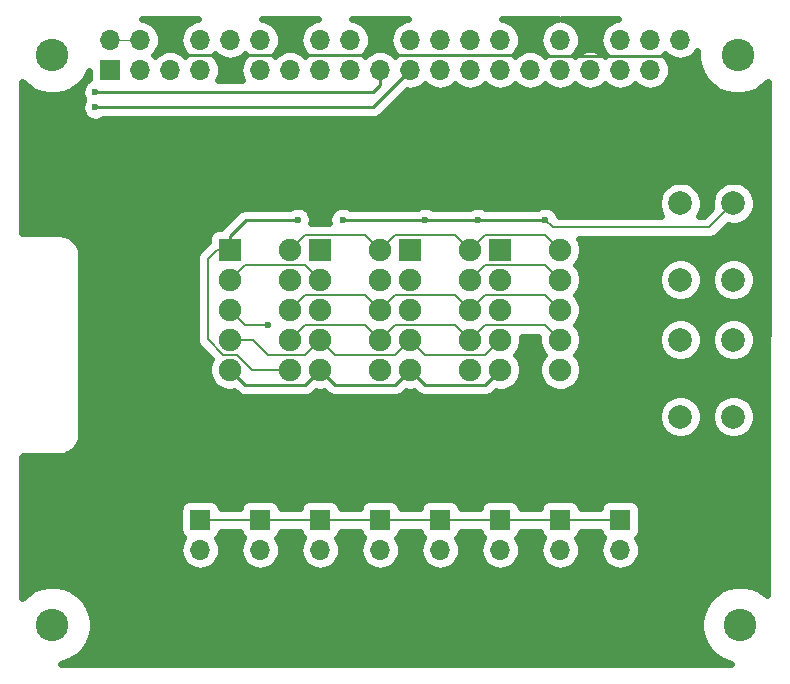
<source format=gbr>
G04 #@! TF.GenerationSoftware,KiCad,Pcbnew,(5.1.4)-1*
G04 #@! TF.CreationDate,2019-10-30T20:18:52-05:00*
G04 #@! TF.ProjectId,shield_display,73686965-6c64-45f6-9469-73706c61792e,rev?*
G04 #@! TF.SameCoordinates,Original*
G04 #@! TF.FileFunction,Copper,L2,Bot*
G04 #@! TF.FilePolarity,Positive*
%FSLAX46Y46*%
G04 Gerber Fmt 4.6, Leading zero omitted, Abs format (unit mm)*
G04 Created by KiCad (PCBNEW (5.1.4)-1) date 2019-10-30 20:18:52*
%MOMM*%
%LPD*%
G04 APERTURE LIST*
%ADD10R,1.899920X1.899920*%
%ADD11C,1.899920*%
%ADD12C,1.899200*%
%ADD13R,1.700000X1.700000*%
%ADD14O,1.700000X1.700000*%
%ADD15C,2.000000*%
%ADD16C,2.750000*%
%ADD17C,0.600000*%
%ADD18C,0.250000*%
%ADD19C,0.100000*%
%ADD20C,0.200000*%
%ADD21C,0.600000*%
G04 APERTURE END LIST*
D10*
X132461000Y-86258400D03*
D11*
X132461000Y-88798400D03*
X132461000Y-91338400D03*
X132461000Y-93878400D03*
X132461000Y-96418400D03*
X137541000Y-96418400D03*
X137541000Y-93878400D03*
D12*
X137541000Y-91338400D03*
D11*
X137541000Y-88798400D03*
X137541000Y-86258400D03*
X114681000Y-86258400D03*
X114681000Y-88798400D03*
D12*
X114681000Y-91338400D03*
D11*
X114681000Y-93878400D03*
X114681000Y-96418400D03*
X109601000Y-96418400D03*
X109601000Y-93878400D03*
X109601000Y-91338400D03*
X109601000Y-88798400D03*
D10*
X109601000Y-86258400D03*
X117221000Y-86258400D03*
D11*
X117221000Y-88798400D03*
X117221000Y-91338400D03*
X117221000Y-93878400D03*
X117221000Y-96418400D03*
X122301000Y-96418400D03*
X122301000Y-93878400D03*
D12*
X122301000Y-91338400D03*
D11*
X122301000Y-88798400D03*
X122301000Y-86258400D03*
D10*
X124841000Y-86258400D03*
D11*
X124841000Y-88798400D03*
X124841000Y-91338400D03*
X124841000Y-93878400D03*
X124841000Y-96418400D03*
X129921000Y-96418400D03*
X129921000Y-93878400D03*
D12*
X129921000Y-91338400D03*
D11*
X129921000Y-88798400D03*
X129921000Y-86258400D03*
D13*
X99441000Y-71018400D03*
D14*
X99441000Y-68478400D03*
X101981000Y-71018400D03*
X101981000Y-68478400D03*
X104521000Y-71018400D03*
X104521000Y-68478400D03*
X107061000Y-71018400D03*
X107061000Y-68478400D03*
X109601000Y-71018400D03*
X109601000Y-68478400D03*
X112141000Y-71018400D03*
X112141000Y-68478400D03*
X114681000Y-71018400D03*
X114681000Y-68478400D03*
X117221000Y-71018400D03*
X117221000Y-68478400D03*
X119761000Y-71018400D03*
X119761000Y-68478400D03*
X122301000Y-71018400D03*
X122301000Y-68478400D03*
X124841000Y-71018400D03*
X124841000Y-68478400D03*
X127381000Y-71018400D03*
X127381000Y-68478400D03*
X129921000Y-71018400D03*
X129921000Y-68478400D03*
X132461000Y-71018400D03*
X132461000Y-68478400D03*
X135001000Y-71018400D03*
X135001000Y-68478400D03*
X137541000Y-71018400D03*
X137541000Y-68478400D03*
X140081000Y-71018400D03*
X140081000Y-68478400D03*
X142621000Y-71018400D03*
X142621000Y-68478400D03*
X145161000Y-71018400D03*
X145161000Y-68478400D03*
X147701000Y-71018400D03*
X147701000Y-68478400D03*
D15*
X147701000Y-93878400D03*
X152201000Y-93878400D03*
X147701000Y-100378400D03*
X152201000Y-100378400D03*
D13*
X142621000Y-109118400D03*
D14*
X142621000Y-111658400D03*
X142621000Y-114198400D03*
X137541000Y-114198400D03*
X137541000Y-111658400D03*
D13*
X137541000Y-109118400D03*
D16*
X152781000Y-118008400D03*
X94559000Y-118008400D03*
X152559000Y-69786000D03*
X94559000Y-69786000D03*
D13*
X127381000Y-109118400D03*
D14*
X127381000Y-111658400D03*
X127381000Y-114198400D03*
X122301000Y-114198400D03*
X122301000Y-111658400D03*
D13*
X122301000Y-109118400D03*
X117221000Y-109118400D03*
D14*
X117221000Y-111658400D03*
X117221000Y-114198400D03*
D13*
X107061000Y-109118400D03*
D14*
X107061000Y-111658400D03*
X107061000Y-114198400D03*
X132461000Y-114198400D03*
X132461000Y-111658400D03*
D13*
X132461000Y-109118400D03*
D15*
X152201000Y-88798400D03*
X147701000Y-88798400D03*
X152201000Y-82298400D03*
X147701000Y-82298400D03*
D13*
X112141000Y-109118400D03*
D14*
X112141000Y-111658400D03*
X112141000Y-114198400D03*
D17*
X136271000Y-83718400D03*
X136271000Y-83718400D03*
X130556000Y-83718400D03*
X126111000Y-83718400D03*
X119126000Y-83718400D03*
X98171000Y-72923400D03*
X98171000Y-74193400D03*
X115316000Y-83718400D03*
X112776000Y-92608400D03*
D18*
X113831001Y-69328399D02*
X114681000Y-68478400D01*
X113411000Y-69748400D02*
X113831001Y-69328399D01*
X109601000Y-71018400D02*
X110871000Y-69748400D01*
X110871000Y-69748400D02*
X113411000Y-69748400D01*
X108751001Y-70168401D02*
X109601000Y-71018400D01*
X108331000Y-69748400D02*
X108751001Y-70168401D01*
X104521000Y-68478400D02*
X105791000Y-69748400D01*
X105791000Y-69748400D02*
X108331000Y-69748400D01*
X121451001Y-69328399D02*
X122301000Y-68478400D01*
X121031000Y-69748400D02*
X121451001Y-69328399D01*
X114681000Y-68478400D02*
X115951000Y-69748400D01*
X115951000Y-69748400D02*
X121031000Y-69748400D01*
X134151001Y-69328399D02*
X135001000Y-68478400D01*
X133731000Y-69748400D02*
X134151001Y-69328399D01*
X122301000Y-68478400D02*
X123571000Y-69748400D01*
X123571000Y-69748400D02*
X133731000Y-69748400D01*
X135850999Y-69328399D02*
X135001000Y-68478400D01*
X136365999Y-69843399D02*
X135850999Y-69328399D01*
X146525999Y-69843399D02*
X136365999Y-69843399D01*
X147701000Y-71018400D02*
X146525999Y-69843399D01*
D19*
X99441000Y-68478400D02*
X101981000Y-68478400D01*
D20*
X107061000Y-109118400D02*
X142621000Y-109118400D01*
X150146000Y-84353400D02*
X136906000Y-84353400D01*
X152201000Y-82298400D02*
X150146000Y-84353400D01*
X136906000Y-84353400D02*
X136271000Y-83718400D01*
D18*
X136271000Y-83718400D02*
X130556000Y-83718400D01*
X130556000Y-83718400D02*
X126111000Y-83718400D01*
X126111000Y-83718400D02*
X119126000Y-83718400D01*
X121666000Y-72923400D02*
X98171000Y-72923400D01*
X122301000Y-71018400D02*
X122301000Y-72288400D01*
X122301000Y-72288400D02*
X121666000Y-72923400D01*
X121666000Y-74193400D02*
X124841000Y-71018400D01*
X98171000Y-74193400D02*
X121666000Y-74193400D01*
X109601000Y-85058440D02*
X109601000Y-86258400D01*
X110941040Y-83718400D02*
X109601000Y-85058440D01*
X115316000Y-83718400D02*
X110941040Y-83718400D01*
D20*
X109001018Y-95128361D02*
X107696000Y-93823343D01*
X110160904Y-95128361D02*
X109001018Y-95128361D01*
X114681000Y-96418400D02*
X111450943Y-96418400D01*
X111450943Y-96418400D02*
X110160904Y-95128361D01*
X108451040Y-86258400D02*
X109601000Y-86258400D01*
X107696000Y-87013440D02*
X108451040Y-86258400D01*
X107696000Y-93823343D02*
X107696000Y-87013440D01*
X121351041Y-85308441D02*
X122301000Y-86258400D01*
X121051039Y-85008439D02*
X121351041Y-85308441D01*
X115930961Y-85008439D02*
X121051039Y-85008439D01*
X114681000Y-86258400D02*
X115930961Y-85008439D01*
X128971041Y-85308441D02*
X129921000Y-86258400D01*
X128651000Y-84988400D02*
X128971041Y-85308441D01*
X123571000Y-84988400D02*
X128651000Y-84988400D01*
X122301000Y-86258400D02*
X123571000Y-84988400D01*
X136591041Y-85308441D02*
X137541000Y-86258400D01*
X136271000Y-84988400D02*
X136591041Y-85308441D01*
X129921000Y-86258400D02*
X131191000Y-84988400D01*
X131191000Y-84988400D02*
X136271000Y-84988400D01*
X136591041Y-87848441D02*
X137541000Y-88798400D01*
X131191000Y-87528400D02*
X136271000Y-87528400D01*
X129921000Y-88798400D02*
X131191000Y-87528400D01*
X136271000Y-87528400D02*
X136591041Y-87848441D01*
X121285001Y-90322401D02*
X122301000Y-91338400D01*
X121031000Y-90068400D02*
X121285001Y-90322401D01*
X114681000Y-91338400D02*
X115951000Y-90068400D01*
X115951000Y-90068400D02*
X121031000Y-90068400D01*
X128905001Y-90322401D02*
X129921000Y-91338400D01*
X128651000Y-90068400D02*
X128905001Y-90322401D01*
X122301000Y-91338400D02*
X123571000Y-90068400D01*
X123571000Y-90068400D02*
X128651000Y-90068400D01*
X136525001Y-90322401D02*
X137541000Y-91338400D01*
X136271000Y-90068400D02*
X136525001Y-90322401D01*
X129921000Y-91338400D02*
X131191000Y-90068400D01*
X131191000Y-90068400D02*
X136271000Y-90068400D01*
D18*
X123891041Y-97368359D02*
X124841000Y-96418400D01*
X123566039Y-97693361D02*
X123891041Y-97368359D01*
X118495961Y-97693361D02*
X123566039Y-97693361D01*
X117221000Y-96418400D02*
X118495961Y-97693361D01*
X131511041Y-97368359D02*
X132461000Y-96418400D01*
X131186039Y-97693361D02*
X131511041Y-97368359D01*
X126115961Y-97693361D02*
X131186039Y-97693361D01*
X124841000Y-96418400D02*
X126115961Y-97693361D01*
X115951000Y-97688400D02*
X117221000Y-96418400D01*
X110871000Y-97688400D02*
X114064057Y-97688400D01*
X114064057Y-97688400D02*
X114069018Y-97693361D01*
X114069018Y-97693361D02*
X115292982Y-97693361D01*
X109601000Y-96418400D02*
X110871000Y-97688400D01*
X115292982Y-97693361D02*
X115297943Y-97688400D01*
X115297943Y-97688400D02*
X115951000Y-97688400D01*
D20*
X123891041Y-94828359D02*
X124841000Y-93878400D01*
X123591039Y-95128361D02*
X123891041Y-94828359D01*
X118470961Y-95128361D02*
X123591039Y-95128361D01*
X117221000Y-93878400D02*
X118470961Y-95128361D01*
X131511041Y-94828359D02*
X132461000Y-93878400D01*
X131211039Y-95128361D02*
X131511041Y-94828359D01*
X126090961Y-95128361D02*
X131211039Y-95128361D01*
X124841000Y-93878400D02*
X126090961Y-95128361D01*
X116271041Y-94828359D02*
X117221000Y-93878400D01*
X115951000Y-95148400D02*
X116271041Y-94828359D01*
X112776000Y-95148400D02*
X115951000Y-95148400D01*
X109601000Y-93878400D02*
X111506000Y-93878400D01*
X111506000Y-93878400D02*
X112776000Y-95148400D01*
X110871000Y-92608400D02*
X112776000Y-92608400D01*
X109601000Y-91338400D02*
X110871000Y-92608400D01*
X121351041Y-92928441D02*
X122301000Y-93878400D01*
X121051039Y-92628439D02*
X121351041Y-92928441D01*
X115930961Y-92628439D02*
X121051039Y-92628439D01*
X114681000Y-93878400D02*
X115930961Y-92628439D01*
X123550961Y-92628439D02*
X128671039Y-92628439D01*
X122301000Y-93878400D02*
X123550961Y-92628439D01*
X128671039Y-92628439D02*
X128971041Y-92928441D01*
X128971041Y-92928441D02*
X129921000Y-93878400D01*
X136591041Y-92928441D02*
X137541000Y-93878400D01*
X136291039Y-92628439D02*
X136591041Y-92928441D01*
X131170961Y-92628439D02*
X136291039Y-92628439D01*
X129921000Y-93878400D02*
X131170961Y-92628439D01*
X116271041Y-87848441D02*
X117221000Y-88798400D01*
X115971039Y-87548439D02*
X116271041Y-87848441D01*
X110850961Y-87548439D02*
X115971039Y-87548439D01*
X109601000Y-88798400D02*
X110850961Y-87548439D01*
D21*
G36*
X149159000Y-70120871D02*
G01*
X149289660Y-70777743D01*
X149545959Y-71396504D01*
X149918048Y-71953374D01*
X150391626Y-72426952D01*
X150948496Y-72799041D01*
X151567257Y-73055340D01*
X152224129Y-73186000D01*
X152893871Y-73186000D01*
X153550743Y-73055340D01*
X154169504Y-72799041D01*
X154726374Y-72426952D01*
X155107838Y-72045488D01*
X155092343Y-115511417D01*
X154948374Y-115367448D01*
X154391504Y-114995359D01*
X153772743Y-114739060D01*
X153115871Y-114608400D01*
X152446129Y-114608400D01*
X151789257Y-114739060D01*
X151170496Y-114995359D01*
X150613626Y-115367448D01*
X150140048Y-115841026D01*
X149767959Y-116397896D01*
X149511660Y-117016657D01*
X149381000Y-117673529D01*
X149381000Y-118343271D01*
X149511660Y-119000143D01*
X149767959Y-119618904D01*
X150140048Y-120175774D01*
X150613626Y-120649352D01*
X151170496Y-121021441D01*
X151789257Y-121277740D01*
X152044587Y-121328528D01*
X95258623Y-121335846D01*
X95550743Y-121277740D01*
X96169504Y-121021441D01*
X96726374Y-120649352D01*
X97199952Y-120175774D01*
X97572041Y-119618904D01*
X97828340Y-119000143D01*
X97959000Y-118343271D01*
X97959000Y-117673529D01*
X97828340Y-117016657D01*
X97572041Y-116397896D01*
X97199952Y-115841026D01*
X96726374Y-115367448D01*
X96169504Y-114995359D01*
X95550743Y-114739060D01*
X94893871Y-114608400D01*
X94224129Y-114608400D01*
X93567257Y-114739060D01*
X92948496Y-114995359D01*
X92391626Y-115367448D01*
X92009000Y-115750074D01*
X92009000Y-111658400D01*
X105302533Y-111658400D01*
X105336321Y-112001460D01*
X105436388Y-112331336D01*
X105598888Y-112635352D01*
X105817576Y-112901824D01*
X106084048Y-113120512D01*
X106388064Y-113283012D01*
X106717940Y-113383079D01*
X106975032Y-113408400D01*
X107146968Y-113408400D01*
X107404060Y-113383079D01*
X107733936Y-113283012D01*
X108037952Y-113120512D01*
X108304424Y-112901824D01*
X108523112Y-112635352D01*
X108685612Y-112331336D01*
X108785679Y-112001460D01*
X108819467Y-111658400D01*
X108785679Y-111315340D01*
X108685612Y-110985464D01*
X108523112Y-110681448D01*
X108498045Y-110650903D01*
X108550475Y-110607875D01*
X108662943Y-110470832D01*
X108746514Y-110314481D01*
X108797977Y-110144831D01*
X108800580Y-110118400D01*
X110401420Y-110118400D01*
X110404023Y-110144831D01*
X110455486Y-110314481D01*
X110539057Y-110470832D01*
X110651525Y-110607875D01*
X110703955Y-110650903D01*
X110678888Y-110681448D01*
X110516388Y-110985464D01*
X110416321Y-111315340D01*
X110382533Y-111658400D01*
X110416321Y-112001460D01*
X110516388Y-112331336D01*
X110678888Y-112635352D01*
X110897576Y-112901824D01*
X111164048Y-113120512D01*
X111468064Y-113283012D01*
X111797940Y-113383079D01*
X112055032Y-113408400D01*
X112226968Y-113408400D01*
X112484060Y-113383079D01*
X112813936Y-113283012D01*
X113117952Y-113120512D01*
X113384424Y-112901824D01*
X113603112Y-112635352D01*
X113765612Y-112331336D01*
X113865679Y-112001460D01*
X113899467Y-111658400D01*
X113865679Y-111315340D01*
X113765612Y-110985464D01*
X113603112Y-110681448D01*
X113578045Y-110650903D01*
X113630475Y-110607875D01*
X113742943Y-110470832D01*
X113826514Y-110314481D01*
X113877977Y-110144831D01*
X113880580Y-110118400D01*
X115481420Y-110118400D01*
X115484023Y-110144831D01*
X115535486Y-110314481D01*
X115619057Y-110470832D01*
X115731525Y-110607875D01*
X115783955Y-110650903D01*
X115758888Y-110681448D01*
X115596388Y-110985464D01*
X115496321Y-111315340D01*
X115462533Y-111658400D01*
X115496321Y-112001460D01*
X115596388Y-112331336D01*
X115758888Y-112635352D01*
X115977576Y-112901824D01*
X116244048Y-113120512D01*
X116548064Y-113283012D01*
X116877940Y-113383079D01*
X117135032Y-113408400D01*
X117306968Y-113408400D01*
X117564060Y-113383079D01*
X117893936Y-113283012D01*
X118197952Y-113120512D01*
X118464424Y-112901824D01*
X118683112Y-112635352D01*
X118845612Y-112331336D01*
X118945679Y-112001460D01*
X118979467Y-111658400D01*
X118945679Y-111315340D01*
X118845612Y-110985464D01*
X118683112Y-110681448D01*
X118658045Y-110650903D01*
X118710475Y-110607875D01*
X118822943Y-110470832D01*
X118906514Y-110314481D01*
X118957977Y-110144831D01*
X118960580Y-110118400D01*
X120561420Y-110118400D01*
X120564023Y-110144831D01*
X120615486Y-110314481D01*
X120699057Y-110470832D01*
X120811525Y-110607875D01*
X120863955Y-110650903D01*
X120838888Y-110681448D01*
X120676388Y-110985464D01*
X120576321Y-111315340D01*
X120542533Y-111658400D01*
X120576321Y-112001460D01*
X120676388Y-112331336D01*
X120838888Y-112635352D01*
X121057576Y-112901824D01*
X121324048Y-113120512D01*
X121628064Y-113283012D01*
X121957940Y-113383079D01*
X122215032Y-113408400D01*
X122386968Y-113408400D01*
X122644060Y-113383079D01*
X122973936Y-113283012D01*
X123277952Y-113120512D01*
X123544424Y-112901824D01*
X123763112Y-112635352D01*
X123925612Y-112331336D01*
X124025679Y-112001460D01*
X124059467Y-111658400D01*
X124025679Y-111315340D01*
X123925612Y-110985464D01*
X123763112Y-110681448D01*
X123738045Y-110650903D01*
X123790475Y-110607875D01*
X123902943Y-110470832D01*
X123986514Y-110314481D01*
X124037977Y-110144831D01*
X124040580Y-110118400D01*
X125641420Y-110118400D01*
X125644023Y-110144831D01*
X125695486Y-110314481D01*
X125779057Y-110470832D01*
X125891525Y-110607875D01*
X125943955Y-110650903D01*
X125918888Y-110681448D01*
X125756388Y-110985464D01*
X125656321Y-111315340D01*
X125622533Y-111658400D01*
X125656321Y-112001460D01*
X125756388Y-112331336D01*
X125918888Y-112635352D01*
X126137576Y-112901824D01*
X126404048Y-113120512D01*
X126708064Y-113283012D01*
X127037940Y-113383079D01*
X127295032Y-113408400D01*
X127466968Y-113408400D01*
X127724060Y-113383079D01*
X128053936Y-113283012D01*
X128357952Y-113120512D01*
X128624424Y-112901824D01*
X128843112Y-112635352D01*
X129005612Y-112331336D01*
X129105679Y-112001460D01*
X129139467Y-111658400D01*
X129105679Y-111315340D01*
X129005612Y-110985464D01*
X128843112Y-110681448D01*
X128818045Y-110650903D01*
X128870475Y-110607875D01*
X128982943Y-110470832D01*
X129066514Y-110314481D01*
X129117977Y-110144831D01*
X129120580Y-110118400D01*
X130721420Y-110118400D01*
X130724023Y-110144831D01*
X130775486Y-110314481D01*
X130859057Y-110470832D01*
X130971525Y-110607875D01*
X131023955Y-110650903D01*
X130998888Y-110681448D01*
X130836388Y-110985464D01*
X130736321Y-111315340D01*
X130702533Y-111658400D01*
X130736321Y-112001460D01*
X130836388Y-112331336D01*
X130998888Y-112635352D01*
X131217576Y-112901824D01*
X131484048Y-113120512D01*
X131788064Y-113283012D01*
X132117940Y-113383079D01*
X132375032Y-113408400D01*
X132546968Y-113408400D01*
X132804060Y-113383079D01*
X133133936Y-113283012D01*
X133437952Y-113120512D01*
X133704424Y-112901824D01*
X133923112Y-112635352D01*
X134085612Y-112331336D01*
X134185679Y-112001460D01*
X134219467Y-111658400D01*
X134185679Y-111315340D01*
X134085612Y-110985464D01*
X133923112Y-110681448D01*
X133898045Y-110650903D01*
X133950475Y-110607875D01*
X134062943Y-110470832D01*
X134146514Y-110314481D01*
X134197977Y-110144831D01*
X134200580Y-110118400D01*
X135801420Y-110118400D01*
X135804023Y-110144831D01*
X135855486Y-110314481D01*
X135939057Y-110470832D01*
X136051525Y-110607875D01*
X136103955Y-110650903D01*
X136078888Y-110681448D01*
X135916388Y-110985464D01*
X135816321Y-111315340D01*
X135782533Y-111658400D01*
X135816321Y-112001460D01*
X135916388Y-112331336D01*
X136078888Y-112635352D01*
X136297576Y-112901824D01*
X136564048Y-113120512D01*
X136868064Y-113283012D01*
X137197940Y-113383079D01*
X137455032Y-113408400D01*
X137626968Y-113408400D01*
X137884060Y-113383079D01*
X138213936Y-113283012D01*
X138517952Y-113120512D01*
X138784424Y-112901824D01*
X139003112Y-112635352D01*
X139165612Y-112331336D01*
X139265679Y-112001460D01*
X139299467Y-111658400D01*
X139265679Y-111315340D01*
X139165612Y-110985464D01*
X139003112Y-110681448D01*
X138978045Y-110650903D01*
X139030475Y-110607875D01*
X139142943Y-110470832D01*
X139226514Y-110314481D01*
X139277977Y-110144831D01*
X139280580Y-110118400D01*
X140881420Y-110118400D01*
X140884023Y-110144831D01*
X140935486Y-110314481D01*
X141019057Y-110470832D01*
X141131525Y-110607875D01*
X141183955Y-110650903D01*
X141158888Y-110681448D01*
X140996388Y-110985464D01*
X140896321Y-111315340D01*
X140862533Y-111658400D01*
X140896321Y-112001460D01*
X140996388Y-112331336D01*
X141158888Y-112635352D01*
X141377576Y-112901824D01*
X141644048Y-113120512D01*
X141948064Y-113283012D01*
X142277940Y-113383079D01*
X142535032Y-113408400D01*
X142706968Y-113408400D01*
X142964060Y-113383079D01*
X143293936Y-113283012D01*
X143597952Y-113120512D01*
X143864424Y-112901824D01*
X144083112Y-112635352D01*
X144245612Y-112331336D01*
X144345679Y-112001460D01*
X144379467Y-111658400D01*
X144345679Y-111315340D01*
X144245612Y-110985464D01*
X144083112Y-110681448D01*
X144058045Y-110650903D01*
X144110475Y-110607875D01*
X144222943Y-110470832D01*
X144306514Y-110314481D01*
X144357977Y-110144831D01*
X144375354Y-109968400D01*
X144375354Y-108268400D01*
X144357977Y-108091969D01*
X144306514Y-107922319D01*
X144222943Y-107765968D01*
X144110475Y-107628925D01*
X143973432Y-107516457D01*
X143817081Y-107432886D01*
X143647431Y-107381423D01*
X143471000Y-107364046D01*
X141771000Y-107364046D01*
X141594569Y-107381423D01*
X141424919Y-107432886D01*
X141268568Y-107516457D01*
X141131525Y-107628925D01*
X141019057Y-107765968D01*
X140935486Y-107922319D01*
X140884023Y-108091969D01*
X140881420Y-108118400D01*
X139280580Y-108118400D01*
X139277977Y-108091969D01*
X139226514Y-107922319D01*
X139142943Y-107765968D01*
X139030475Y-107628925D01*
X138893432Y-107516457D01*
X138737081Y-107432886D01*
X138567431Y-107381423D01*
X138391000Y-107364046D01*
X136691000Y-107364046D01*
X136514569Y-107381423D01*
X136344919Y-107432886D01*
X136188568Y-107516457D01*
X136051525Y-107628925D01*
X135939057Y-107765968D01*
X135855486Y-107922319D01*
X135804023Y-108091969D01*
X135801420Y-108118400D01*
X134200580Y-108118400D01*
X134197977Y-108091969D01*
X134146514Y-107922319D01*
X134062943Y-107765968D01*
X133950475Y-107628925D01*
X133813432Y-107516457D01*
X133657081Y-107432886D01*
X133487431Y-107381423D01*
X133311000Y-107364046D01*
X131611000Y-107364046D01*
X131434569Y-107381423D01*
X131264919Y-107432886D01*
X131108568Y-107516457D01*
X130971525Y-107628925D01*
X130859057Y-107765968D01*
X130775486Y-107922319D01*
X130724023Y-108091969D01*
X130721420Y-108118400D01*
X129120580Y-108118400D01*
X129117977Y-108091969D01*
X129066514Y-107922319D01*
X128982943Y-107765968D01*
X128870475Y-107628925D01*
X128733432Y-107516457D01*
X128577081Y-107432886D01*
X128407431Y-107381423D01*
X128231000Y-107364046D01*
X126531000Y-107364046D01*
X126354569Y-107381423D01*
X126184919Y-107432886D01*
X126028568Y-107516457D01*
X125891525Y-107628925D01*
X125779057Y-107765968D01*
X125695486Y-107922319D01*
X125644023Y-108091969D01*
X125641420Y-108118400D01*
X124040580Y-108118400D01*
X124037977Y-108091969D01*
X123986514Y-107922319D01*
X123902943Y-107765968D01*
X123790475Y-107628925D01*
X123653432Y-107516457D01*
X123497081Y-107432886D01*
X123327431Y-107381423D01*
X123151000Y-107364046D01*
X121451000Y-107364046D01*
X121274569Y-107381423D01*
X121104919Y-107432886D01*
X120948568Y-107516457D01*
X120811525Y-107628925D01*
X120699057Y-107765968D01*
X120615486Y-107922319D01*
X120564023Y-108091969D01*
X120561420Y-108118400D01*
X118960580Y-108118400D01*
X118957977Y-108091969D01*
X118906514Y-107922319D01*
X118822943Y-107765968D01*
X118710475Y-107628925D01*
X118573432Y-107516457D01*
X118417081Y-107432886D01*
X118247431Y-107381423D01*
X118071000Y-107364046D01*
X116371000Y-107364046D01*
X116194569Y-107381423D01*
X116024919Y-107432886D01*
X115868568Y-107516457D01*
X115731525Y-107628925D01*
X115619057Y-107765968D01*
X115535486Y-107922319D01*
X115484023Y-108091969D01*
X115481420Y-108118400D01*
X113880580Y-108118400D01*
X113877977Y-108091969D01*
X113826514Y-107922319D01*
X113742943Y-107765968D01*
X113630475Y-107628925D01*
X113493432Y-107516457D01*
X113337081Y-107432886D01*
X113167431Y-107381423D01*
X112991000Y-107364046D01*
X111291000Y-107364046D01*
X111114569Y-107381423D01*
X110944919Y-107432886D01*
X110788568Y-107516457D01*
X110651525Y-107628925D01*
X110539057Y-107765968D01*
X110455486Y-107922319D01*
X110404023Y-108091969D01*
X110401420Y-108118400D01*
X108800580Y-108118400D01*
X108797977Y-108091969D01*
X108746514Y-107922319D01*
X108662943Y-107765968D01*
X108550475Y-107628925D01*
X108413432Y-107516457D01*
X108257081Y-107432886D01*
X108087431Y-107381423D01*
X107911000Y-107364046D01*
X106211000Y-107364046D01*
X106034569Y-107381423D01*
X105864919Y-107432886D01*
X105708568Y-107516457D01*
X105571525Y-107628925D01*
X105459057Y-107765968D01*
X105375486Y-107922319D01*
X105324023Y-108091969D01*
X105306646Y-108268400D01*
X105306646Y-109968400D01*
X105324023Y-110144831D01*
X105375486Y-110314481D01*
X105459057Y-110470832D01*
X105571525Y-110607875D01*
X105623955Y-110650903D01*
X105598888Y-110681448D01*
X105436388Y-110985464D01*
X105336321Y-111315340D01*
X105302533Y-111658400D01*
X92009000Y-111658400D01*
X92009000Y-103832464D01*
X92014421Y-103777175D01*
X92016985Y-103768682D01*
X92021150Y-103760849D01*
X92026754Y-103753978D01*
X92033589Y-103748324D01*
X92041385Y-103744108D01*
X92049862Y-103741484D01*
X92102041Y-103736000D01*
X95105665Y-103736000D01*
X95146037Y-103732024D01*
X95152085Y-103732066D01*
X95165286Y-103730772D01*
X95359383Y-103710371D01*
X95443755Y-103693051D01*
X95528301Y-103676923D01*
X95541000Y-103673090D01*
X95727438Y-103615378D01*
X95806799Y-103582017D01*
X95886646Y-103549757D01*
X95898357Y-103543530D01*
X96070034Y-103450705D01*
X96141397Y-103402570D01*
X96213468Y-103355408D01*
X96223747Y-103347024D01*
X96374125Y-103222621D01*
X96434809Y-103161511D01*
X96496313Y-103101282D01*
X96504768Y-103091062D01*
X96628118Y-102939820D01*
X96675762Y-102868109D01*
X96724413Y-102797057D01*
X96730722Y-102785389D01*
X96822347Y-102613067D01*
X96855171Y-102533430D01*
X96889077Y-102454321D01*
X96893000Y-102441650D01*
X96949409Y-102254813D01*
X96966136Y-102170333D01*
X96984034Y-102086130D01*
X96985421Y-102072939D01*
X97004466Y-101878705D01*
X97004466Y-101878700D01*
X97009000Y-101832665D01*
X97009000Y-100191266D01*
X145801000Y-100191266D01*
X145801000Y-100565534D01*
X145874016Y-100932609D01*
X146017242Y-101278387D01*
X146225174Y-101589579D01*
X146489821Y-101854226D01*
X146801013Y-102062158D01*
X147146791Y-102205384D01*
X147513866Y-102278400D01*
X147888134Y-102278400D01*
X148255209Y-102205384D01*
X148600987Y-102062158D01*
X148912179Y-101854226D01*
X149176826Y-101589579D01*
X149384758Y-101278387D01*
X149527984Y-100932609D01*
X149601000Y-100565534D01*
X149601000Y-100191266D01*
X150301000Y-100191266D01*
X150301000Y-100565534D01*
X150374016Y-100932609D01*
X150517242Y-101278387D01*
X150725174Y-101589579D01*
X150989821Y-101854226D01*
X151301013Y-102062158D01*
X151646791Y-102205384D01*
X152013866Y-102278400D01*
X152388134Y-102278400D01*
X152755209Y-102205384D01*
X153100987Y-102062158D01*
X153412179Y-101854226D01*
X153676826Y-101589579D01*
X153884758Y-101278387D01*
X154027984Y-100932609D01*
X154101000Y-100565534D01*
X154101000Y-100191266D01*
X154027984Y-99824191D01*
X153884758Y-99478413D01*
X153676826Y-99167221D01*
X153412179Y-98902574D01*
X153100987Y-98694642D01*
X152755209Y-98551416D01*
X152388134Y-98478400D01*
X152013866Y-98478400D01*
X151646791Y-98551416D01*
X151301013Y-98694642D01*
X150989821Y-98902574D01*
X150725174Y-99167221D01*
X150517242Y-99478413D01*
X150374016Y-99824191D01*
X150301000Y-100191266D01*
X149601000Y-100191266D01*
X149527984Y-99824191D01*
X149384758Y-99478413D01*
X149176826Y-99167221D01*
X148912179Y-98902574D01*
X148600987Y-98694642D01*
X148255209Y-98551416D01*
X147888134Y-98478400D01*
X147513866Y-98478400D01*
X147146791Y-98551416D01*
X146801013Y-98694642D01*
X146489821Y-98902574D01*
X146225174Y-99167221D01*
X146017242Y-99478413D01*
X145874016Y-99824191D01*
X145801000Y-100191266D01*
X97009000Y-100191266D01*
X97009000Y-87013440D01*
X106691162Y-87013440D01*
X106696001Y-87062570D01*
X106696000Y-93774223D01*
X106691162Y-93823343D01*
X106710470Y-94019377D01*
X106749609Y-94148400D01*
X106767651Y-94207877D01*
X106860508Y-94381601D01*
X106985472Y-94533871D01*
X107023637Y-94565192D01*
X107977197Y-95518753D01*
X107961587Y-95542115D01*
X107822133Y-95878787D01*
X107751040Y-96236195D01*
X107751040Y-96600605D01*
X107822133Y-96958013D01*
X107961587Y-97294685D01*
X108164042Y-97597681D01*
X108421719Y-97855358D01*
X108724715Y-98057813D01*
X109061387Y-98197267D01*
X109418795Y-98268360D01*
X109783205Y-98268360D01*
X109965192Y-98232161D01*
X110110611Y-98377580D01*
X110142709Y-98416691D01*
X110298785Y-98544780D01*
X110476852Y-98639958D01*
X110611453Y-98680789D01*
X110670064Y-98698569D01*
X110688665Y-98700401D01*
X110820649Y-98713400D01*
X110820656Y-98713400D01*
X110870999Y-98718358D01*
X110921342Y-98713400D01*
X113968296Y-98713400D01*
X114018667Y-98718361D01*
X114018668Y-98718361D01*
X114069018Y-98723320D01*
X114119369Y-98718361D01*
X115242632Y-98718361D01*
X115292982Y-98723320D01*
X115343332Y-98718361D01*
X115343333Y-98718361D01*
X115393704Y-98713400D01*
X115900650Y-98713400D01*
X115951000Y-98718359D01*
X116001350Y-98713400D01*
X116001351Y-98713400D01*
X116151935Y-98698569D01*
X116345148Y-98639958D01*
X116523215Y-98544780D01*
X116679291Y-98416691D01*
X116711396Y-98377571D01*
X116856807Y-98232160D01*
X117038795Y-98268360D01*
X117403205Y-98268360D01*
X117585192Y-98232161D01*
X117735573Y-98382542D01*
X117767670Y-98421652D01*
X117923746Y-98549741D01*
X118101813Y-98644919D01*
X118236414Y-98685750D01*
X118295025Y-98703530D01*
X118313626Y-98705362D01*
X118445610Y-98718361D01*
X118445617Y-98718361D01*
X118495960Y-98723319D01*
X118546303Y-98718361D01*
X123515689Y-98718361D01*
X123566039Y-98723320D01*
X123616389Y-98718361D01*
X123616390Y-98718361D01*
X123766974Y-98703530D01*
X123960187Y-98644919D01*
X124138254Y-98549741D01*
X124294330Y-98421652D01*
X124326435Y-98382532D01*
X124476807Y-98232160D01*
X124658795Y-98268360D01*
X125023205Y-98268360D01*
X125205192Y-98232161D01*
X125355573Y-98382542D01*
X125387670Y-98421652D01*
X125543746Y-98549741D01*
X125721813Y-98644919D01*
X125856414Y-98685750D01*
X125915025Y-98703530D01*
X125933626Y-98705362D01*
X126065610Y-98718361D01*
X126065617Y-98718361D01*
X126115960Y-98723319D01*
X126166303Y-98718361D01*
X131135689Y-98718361D01*
X131186039Y-98723320D01*
X131236389Y-98718361D01*
X131236390Y-98718361D01*
X131386974Y-98703530D01*
X131580187Y-98644919D01*
X131758254Y-98549741D01*
X131914330Y-98421652D01*
X131946435Y-98382532D01*
X132096807Y-98232160D01*
X132278795Y-98268360D01*
X132643205Y-98268360D01*
X133000613Y-98197267D01*
X133337285Y-98057813D01*
X133640281Y-97855358D01*
X133897958Y-97597681D01*
X134100413Y-97294685D01*
X134239867Y-96958013D01*
X134310960Y-96600605D01*
X134310960Y-96236195D01*
X134239867Y-95878787D01*
X134100413Y-95542115D01*
X133897958Y-95239119D01*
X133807239Y-95148400D01*
X133897958Y-95057681D01*
X134100413Y-94754685D01*
X134239867Y-94418013D01*
X134310960Y-94060605D01*
X134310960Y-93696195D01*
X134297482Y-93628439D01*
X135704518Y-93628439D01*
X135691040Y-93696195D01*
X135691040Y-94060605D01*
X135762133Y-94418013D01*
X135901587Y-94754685D01*
X136104042Y-95057681D01*
X136194761Y-95148400D01*
X136104042Y-95239119D01*
X135901587Y-95542115D01*
X135762133Y-95878787D01*
X135691040Y-96236195D01*
X135691040Y-96600605D01*
X135762133Y-96958013D01*
X135901587Y-97294685D01*
X136104042Y-97597681D01*
X136361719Y-97855358D01*
X136664715Y-98057813D01*
X137001387Y-98197267D01*
X137358795Y-98268360D01*
X137723205Y-98268360D01*
X138080613Y-98197267D01*
X138417285Y-98057813D01*
X138720281Y-97855358D01*
X138977958Y-97597681D01*
X139180413Y-97294685D01*
X139319867Y-96958013D01*
X139390960Y-96600605D01*
X139390960Y-96236195D01*
X139319867Y-95878787D01*
X139180413Y-95542115D01*
X138977958Y-95239119D01*
X138887239Y-95148400D01*
X138977958Y-95057681D01*
X139180413Y-94754685D01*
X139319867Y-94418013D01*
X139390960Y-94060605D01*
X139390960Y-93696195D01*
X139389980Y-93691266D01*
X145801000Y-93691266D01*
X145801000Y-94065534D01*
X145874016Y-94432609D01*
X146017242Y-94778387D01*
X146225174Y-95089579D01*
X146489821Y-95354226D01*
X146801013Y-95562158D01*
X147146791Y-95705384D01*
X147513866Y-95778400D01*
X147888134Y-95778400D01*
X148255209Y-95705384D01*
X148600987Y-95562158D01*
X148912179Y-95354226D01*
X149176826Y-95089579D01*
X149384758Y-94778387D01*
X149527984Y-94432609D01*
X149601000Y-94065534D01*
X149601000Y-93691266D01*
X150301000Y-93691266D01*
X150301000Y-94065534D01*
X150374016Y-94432609D01*
X150517242Y-94778387D01*
X150725174Y-95089579D01*
X150989821Y-95354226D01*
X151301013Y-95562158D01*
X151646791Y-95705384D01*
X152013866Y-95778400D01*
X152388134Y-95778400D01*
X152755209Y-95705384D01*
X153100987Y-95562158D01*
X153412179Y-95354226D01*
X153676826Y-95089579D01*
X153884758Y-94778387D01*
X154027984Y-94432609D01*
X154101000Y-94065534D01*
X154101000Y-93691266D01*
X154027984Y-93324191D01*
X153884758Y-92978413D01*
X153676826Y-92667221D01*
X153412179Y-92402574D01*
X153100987Y-92194642D01*
X152755209Y-92051416D01*
X152388134Y-91978400D01*
X152013866Y-91978400D01*
X151646791Y-92051416D01*
X151301013Y-92194642D01*
X150989821Y-92402574D01*
X150725174Y-92667221D01*
X150517242Y-92978413D01*
X150374016Y-93324191D01*
X150301000Y-93691266D01*
X149601000Y-93691266D01*
X149527984Y-93324191D01*
X149384758Y-92978413D01*
X149176826Y-92667221D01*
X148912179Y-92402574D01*
X148600987Y-92194642D01*
X148255209Y-92051416D01*
X147888134Y-91978400D01*
X147513866Y-91978400D01*
X147146791Y-92051416D01*
X146801013Y-92194642D01*
X146489821Y-92402574D01*
X146225174Y-92667221D01*
X146017242Y-92978413D01*
X145874016Y-93324191D01*
X145801000Y-93691266D01*
X139389980Y-93691266D01*
X139319867Y-93338787D01*
X139180413Y-93002115D01*
X138977958Y-92699119D01*
X138886984Y-92608145D01*
X138977678Y-92517451D01*
X139180094Y-92214514D01*
X139319521Y-91877908D01*
X139390600Y-91520570D01*
X139390600Y-91156230D01*
X139319521Y-90798892D01*
X139180094Y-90462286D01*
X138977678Y-90159349D01*
X138886984Y-90068655D01*
X138977958Y-89977681D01*
X139180413Y-89674685D01*
X139319867Y-89338013D01*
X139390960Y-88980605D01*
X139390960Y-88616195D01*
X139389980Y-88611266D01*
X145801000Y-88611266D01*
X145801000Y-88985534D01*
X145874016Y-89352609D01*
X146017242Y-89698387D01*
X146225174Y-90009579D01*
X146489821Y-90274226D01*
X146801013Y-90482158D01*
X147146791Y-90625384D01*
X147513866Y-90698400D01*
X147888134Y-90698400D01*
X148255209Y-90625384D01*
X148600987Y-90482158D01*
X148912179Y-90274226D01*
X149176826Y-90009579D01*
X149384758Y-89698387D01*
X149527984Y-89352609D01*
X149601000Y-88985534D01*
X149601000Y-88611266D01*
X150301000Y-88611266D01*
X150301000Y-88985534D01*
X150374016Y-89352609D01*
X150517242Y-89698387D01*
X150725174Y-90009579D01*
X150989821Y-90274226D01*
X151301013Y-90482158D01*
X151646791Y-90625384D01*
X152013866Y-90698400D01*
X152388134Y-90698400D01*
X152755209Y-90625384D01*
X153100987Y-90482158D01*
X153412179Y-90274226D01*
X153676826Y-90009579D01*
X153884758Y-89698387D01*
X154027984Y-89352609D01*
X154101000Y-88985534D01*
X154101000Y-88611266D01*
X154027984Y-88244191D01*
X153884758Y-87898413D01*
X153676826Y-87587221D01*
X153412179Y-87322574D01*
X153100987Y-87114642D01*
X152755209Y-86971416D01*
X152388134Y-86898400D01*
X152013866Y-86898400D01*
X151646791Y-86971416D01*
X151301013Y-87114642D01*
X150989821Y-87322574D01*
X150725174Y-87587221D01*
X150517242Y-87898413D01*
X150374016Y-88244191D01*
X150301000Y-88611266D01*
X149601000Y-88611266D01*
X149527984Y-88244191D01*
X149384758Y-87898413D01*
X149176826Y-87587221D01*
X148912179Y-87322574D01*
X148600987Y-87114642D01*
X148255209Y-86971416D01*
X147888134Y-86898400D01*
X147513866Y-86898400D01*
X147146791Y-86971416D01*
X146801013Y-87114642D01*
X146489821Y-87322574D01*
X146225174Y-87587221D01*
X146017242Y-87898413D01*
X145874016Y-88244191D01*
X145801000Y-88611266D01*
X139389980Y-88611266D01*
X139319867Y-88258787D01*
X139180413Y-87922115D01*
X138977958Y-87619119D01*
X138887239Y-87528400D01*
X138977958Y-87437681D01*
X139180413Y-87134685D01*
X139319867Y-86798013D01*
X139390960Y-86440605D01*
X139390960Y-86076195D01*
X139319867Y-85718787D01*
X139180413Y-85382115D01*
X139161226Y-85353400D01*
X150096880Y-85353400D01*
X150146000Y-85358238D01*
X150195120Y-85353400D01*
X150342034Y-85338930D01*
X150530535Y-85281749D01*
X150704258Y-85188892D01*
X150856528Y-85063928D01*
X150887849Y-85025763D01*
X151764762Y-84148850D01*
X152013866Y-84198400D01*
X152388134Y-84198400D01*
X152755209Y-84125384D01*
X153100987Y-83982158D01*
X153412179Y-83774226D01*
X153676826Y-83509579D01*
X153884758Y-83198387D01*
X154027984Y-82852609D01*
X154101000Y-82485534D01*
X154101000Y-82111266D01*
X154027984Y-81744191D01*
X153884758Y-81398413D01*
X153676826Y-81087221D01*
X153412179Y-80822574D01*
X153100987Y-80614642D01*
X152755209Y-80471416D01*
X152388134Y-80398400D01*
X152013866Y-80398400D01*
X151646791Y-80471416D01*
X151301013Y-80614642D01*
X150989821Y-80822574D01*
X150725174Y-81087221D01*
X150517242Y-81398413D01*
X150374016Y-81744191D01*
X150301000Y-82111266D01*
X150301000Y-82485534D01*
X150350550Y-82734638D01*
X149731788Y-83353400D01*
X149281182Y-83353400D01*
X149384758Y-83198387D01*
X149527984Y-82852609D01*
X149601000Y-82485534D01*
X149601000Y-82111266D01*
X149527984Y-81744191D01*
X149384758Y-81398413D01*
X149176826Y-81087221D01*
X148912179Y-80822574D01*
X148600987Y-80614642D01*
X148255209Y-80471416D01*
X147888134Y-80398400D01*
X147513866Y-80398400D01*
X147146791Y-80471416D01*
X146801013Y-80614642D01*
X146489821Y-80822574D01*
X146225174Y-81087221D01*
X146017242Y-81398413D01*
X145874016Y-81744191D01*
X145801000Y-82111266D01*
X145801000Y-82485534D01*
X145874016Y-82852609D01*
X146017242Y-83198387D01*
X146120818Y-83353400D01*
X137418682Y-83353400D01*
X137334426Y-83149987D01*
X137203101Y-82953445D01*
X137035955Y-82786299D01*
X136839413Y-82654974D01*
X136621027Y-82564516D01*
X136389190Y-82518400D01*
X136152810Y-82518400D01*
X135920973Y-82564516D01*
X135702587Y-82654974D01*
X135645078Y-82693400D01*
X131181922Y-82693400D01*
X131124413Y-82654974D01*
X130906027Y-82564516D01*
X130674190Y-82518400D01*
X130437810Y-82518400D01*
X130205973Y-82564516D01*
X129987587Y-82654974D01*
X129930078Y-82693400D01*
X126736922Y-82693400D01*
X126679413Y-82654974D01*
X126461027Y-82564516D01*
X126229190Y-82518400D01*
X125992810Y-82518400D01*
X125760973Y-82564516D01*
X125542587Y-82654974D01*
X125485078Y-82693400D01*
X119751922Y-82693400D01*
X119694413Y-82654974D01*
X119476027Y-82564516D01*
X119244190Y-82518400D01*
X119007810Y-82518400D01*
X118775973Y-82564516D01*
X118557587Y-82654974D01*
X118361045Y-82786299D01*
X118193899Y-82953445D01*
X118062574Y-83149987D01*
X117972116Y-83368373D01*
X117926000Y-83600210D01*
X117926000Y-83836590D01*
X117960183Y-84008439D01*
X116481817Y-84008439D01*
X116516000Y-83836590D01*
X116516000Y-83600210D01*
X116469884Y-83368373D01*
X116379426Y-83149987D01*
X116248101Y-82953445D01*
X116080955Y-82786299D01*
X115884413Y-82654974D01*
X115666027Y-82564516D01*
X115434190Y-82518400D01*
X115197810Y-82518400D01*
X114965973Y-82564516D01*
X114747587Y-82654974D01*
X114690078Y-82693400D01*
X110991391Y-82693400D01*
X110941040Y-82688441D01*
X110740105Y-82708231D01*
X110546891Y-82766842D01*
X110386432Y-82852609D01*
X110368825Y-82862020D01*
X110212749Y-82990109D01*
X110180652Y-83029219D01*
X108911829Y-84298044D01*
X108872709Y-84330149D01*
X108812030Y-84404086D01*
X108651040Y-84404086D01*
X108474609Y-84421463D01*
X108304959Y-84472926D01*
X108148608Y-84556497D01*
X108011565Y-84668965D01*
X107899097Y-84806008D01*
X107815526Y-84962359D01*
X107764063Y-85132009D01*
X107746686Y-85308440D01*
X107746686Y-85542805D01*
X107740512Y-85547872D01*
X107709200Y-85586026D01*
X107023632Y-86271596D01*
X106985473Y-86302912D01*
X106860509Y-86455182D01*
X106821373Y-86528400D01*
X106767651Y-86628906D01*
X106710470Y-86817406D01*
X106691162Y-87013440D01*
X97009000Y-87013440D01*
X97009000Y-86739335D01*
X97005023Y-86698954D01*
X97005065Y-86692915D01*
X97003771Y-86679714D01*
X96983371Y-86485617D01*
X96966051Y-86401246D01*
X96949923Y-86316698D01*
X96946090Y-86304000D01*
X96888378Y-86117562D01*
X96855005Y-86038172D01*
X96822757Y-85958354D01*
X96816530Y-85946642D01*
X96723705Y-85774966D01*
X96675542Y-85703560D01*
X96628407Y-85631532D01*
X96620024Y-85621253D01*
X96495620Y-85470875D01*
X96434530Y-85410211D01*
X96374282Y-85348687D01*
X96364062Y-85340232D01*
X96212820Y-85216882D01*
X96141099Y-85169231D01*
X96070057Y-85120588D01*
X96058389Y-85114278D01*
X95886067Y-85022653D01*
X95806430Y-84989829D01*
X95727321Y-84955923D01*
X95714650Y-84952000D01*
X95527814Y-84895591D01*
X95443325Y-84878862D01*
X95359130Y-84860966D01*
X95345938Y-84859579D01*
X95151705Y-84840534D01*
X95151700Y-84840534D01*
X95105665Y-84836000D01*
X92105463Y-84836000D01*
X92050175Y-84830579D01*
X92041682Y-84828014D01*
X92033849Y-84823850D01*
X92026976Y-84818245D01*
X92021326Y-84811414D01*
X92017108Y-84803613D01*
X92014484Y-84795135D01*
X92009000Y-84742961D01*
X92009000Y-72044326D01*
X92391626Y-72426952D01*
X92948496Y-72799041D01*
X93567257Y-73055340D01*
X94224129Y-73186000D01*
X94893871Y-73186000D01*
X95550743Y-73055340D01*
X96169504Y-72799041D01*
X96726374Y-72426952D01*
X97199952Y-71953374D01*
X97572041Y-71396504D01*
X97686646Y-71119823D01*
X97686646Y-71825156D01*
X97602587Y-71859974D01*
X97406045Y-71991299D01*
X97238899Y-72158445D01*
X97107574Y-72354987D01*
X97017116Y-72573373D01*
X96971000Y-72805210D01*
X96971000Y-73041590D01*
X97017116Y-73273427D01*
X97107574Y-73491813D01*
X97152066Y-73558400D01*
X97107574Y-73624987D01*
X97017116Y-73843373D01*
X96971000Y-74075210D01*
X96971000Y-74311590D01*
X97017116Y-74543427D01*
X97107574Y-74761813D01*
X97238899Y-74958355D01*
X97406045Y-75125501D01*
X97602587Y-75256826D01*
X97820973Y-75347284D01*
X98052810Y-75393400D01*
X98289190Y-75393400D01*
X98521027Y-75347284D01*
X98739413Y-75256826D01*
X98796922Y-75218400D01*
X121615650Y-75218400D01*
X121666000Y-75223359D01*
X121716350Y-75218400D01*
X121716351Y-75218400D01*
X121866935Y-75203569D01*
X122060148Y-75144958D01*
X122238215Y-75049780D01*
X122394291Y-74921691D01*
X122426397Y-74882570D01*
X124559796Y-72749171D01*
X124755032Y-72768400D01*
X124926968Y-72768400D01*
X125184060Y-72743079D01*
X125513936Y-72643012D01*
X125817952Y-72480512D01*
X126084424Y-72261824D01*
X126111000Y-72229441D01*
X126137576Y-72261824D01*
X126404048Y-72480512D01*
X126708064Y-72643012D01*
X127037940Y-72743079D01*
X127295032Y-72768400D01*
X127466968Y-72768400D01*
X127724060Y-72743079D01*
X128053936Y-72643012D01*
X128357952Y-72480512D01*
X128624424Y-72261824D01*
X128651000Y-72229441D01*
X128677576Y-72261824D01*
X128944048Y-72480512D01*
X129248064Y-72643012D01*
X129577940Y-72743079D01*
X129835032Y-72768400D01*
X130006968Y-72768400D01*
X130264060Y-72743079D01*
X130593936Y-72643012D01*
X130897952Y-72480512D01*
X131164424Y-72261824D01*
X131191000Y-72229441D01*
X131217576Y-72261824D01*
X131484048Y-72480512D01*
X131788064Y-72643012D01*
X132117940Y-72743079D01*
X132375032Y-72768400D01*
X132546968Y-72768400D01*
X132804060Y-72743079D01*
X133133936Y-72643012D01*
X133437952Y-72480512D01*
X133704424Y-72261824D01*
X133731000Y-72229441D01*
X133757576Y-72261824D01*
X134024048Y-72480512D01*
X134328064Y-72643012D01*
X134657940Y-72743079D01*
X134915032Y-72768400D01*
X135086968Y-72768400D01*
X135344060Y-72743079D01*
X135673936Y-72643012D01*
X135977952Y-72480512D01*
X136244424Y-72261824D01*
X136271000Y-72229441D01*
X136297576Y-72261824D01*
X136564048Y-72480512D01*
X136868064Y-72643012D01*
X137197940Y-72743079D01*
X137455032Y-72768400D01*
X137626968Y-72768400D01*
X137884060Y-72743079D01*
X138213936Y-72643012D01*
X138517952Y-72480512D01*
X138784424Y-72261824D01*
X138811000Y-72229441D01*
X138837576Y-72261824D01*
X139104048Y-72480512D01*
X139408064Y-72643012D01*
X139737940Y-72743079D01*
X139995032Y-72768400D01*
X140166968Y-72768400D01*
X140424060Y-72743079D01*
X140753936Y-72643012D01*
X141057952Y-72480512D01*
X141324424Y-72261824D01*
X141351000Y-72229441D01*
X141377576Y-72261824D01*
X141644048Y-72480512D01*
X141948064Y-72643012D01*
X142277940Y-72743079D01*
X142535032Y-72768400D01*
X142706968Y-72768400D01*
X142964060Y-72743079D01*
X143293936Y-72643012D01*
X143597952Y-72480512D01*
X143864424Y-72261824D01*
X143891000Y-72229441D01*
X143917576Y-72261824D01*
X144184048Y-72480512D01*
X144488064Y-72643012D01*
X144817940Y-72743079D01*
X145075032Y-72768400D01*
X145246968Y-72768400D01*
X145504060Y-72743079D01*
X145833936Y-72643012D01*
X146137952Y-72480512D01*
X146404424Y-72261824D01*
X146623112Y-71995352D01*
X146785612Y-71691336D01*
X146885679Y-71361460D01*
X146919467Y-71018400D01*
X146885679Y-70675340D01*
X146785612Y-70345464D01*
X146623112Y-70041448D01*
X146404424Y-69774976D01*
X146372041Y-69748400D01*
X146404424Y-69721824D01*
X146431000Y-69689441D01*
X146457576Y-69721824D01*
X146724048Y-69940512D01*
X147028064Y-70103012D01*
X147357940Y-70203079D01*
X147615032Y-70228400D01*
X147786968Y-70228400D01*
X148044060Y-70203079D01*
X148373936Y-70103012D01*
X148677952Y-69940512D01*
X148944424Y-69721824D01*
X149159000Y-69460362D01*
X149159000Y-70120871D01*
X149159000Y-70120871D01*
G37*
X149159000Y-70120871D02*
X149289660Y-70777743D01*
X149545959Y-71396504D01*
X149918048Y-71953374D01*
X150391626Y-72426952D01*
X150948496Y-72799041D01*
X151567257Y-73055340D01*
X152224129Y-73186000D01*
X152893871Y-73186000D01*
X153550743Y-73055340D01*
X154169504Y-72799041D01*
X154726374Y-72426952D01*
X155107838Y-72045488D01*
X155092343Y-115511417D01*
X154948374Y-115367448D01*
X154391504Y-114995359D01*
X153772743Y-114739060D01*
X153115871Y-114608400D01*
X152446129Y-114608400D01*
X151789257Y-114739060D01*
X151170496Y-114995359D01*
X150613626Y-115367448D01*
X150140048Y-115841026D01*
X149767959Y-116397896D01*
X149511660Y-117016657D01*
X149381000Y-117673529D01*
X149381000Y-118343271D01*
X149511660Y-119000143D01*
X149767959Y-119618904D01*
X150140048Y-120175774D01*
X150613626Y-120649352D01*
X151170496Y-121021441D01*
X151789257Y-121277740D01*
X152044587Y-121328528D01*
X95258623Y-121335846D01*
X95550743Y-121277740D01*
X96169504Y-121021441D01*
X96726374Y-120649352D01*
X97199952Y-120175774D01*
X97572041Y-119618904D01*
X97828340Y-119000143D01*
X97959000Y-118343271D01*
X97959000Y-117673529D01*
X97828340Y-117016657D01*
X97572041Y-116397896D01*
X97199952Y-115841026D01*
X96726374Y-115367448D01*
X96169504Y-114995359D01*
X95550743Y-114739060D01*
X94893871Y-114608400D01*
X94224129Y-114608400D01*
X93567257Y-114739060D01*
X92948496Y-114995359D01*
X92391626Y-115367448D01*
X92009000Y-115750074D01*
X92009000Y-111658400D01*
X105302533Y-111658400D01*
X105336321Y-112001460D01*
X105436388Y-112331336D01*
X105598888Y-112635352D01*
X105817576Y-112901824D01*
X106084048Y-113120512D01*
X106388064Y-113283012D01*
X106717940Y-113383079D01*
X106975032Y-113408400D01*
X107146968Y-113408400D01*
X107404060Y-113383079D01*
X107733936Y-113283012D01*
X108037952Y-113120512D01*
X108304424Y-112901824D01*
X108523112Y-112635352D01*
X108685612Y-112331336D01*
X108785679Y-112001460D01*
X108819467Y-111658400D01*
X108785679Y-111315340D01*
X108685612Y-110985464D01*
X108523112Y-110681448D01*
X108498045Y-110650903D01*
X108550475Y-110607875D01*
X108662943Y-110470832D01*
X108746514Y-110314481D01*
X108797977Y-110144831D01*
X108800580Y-110118400D01*
X110401420Y-110118400D01*
X110404023Y-110144831D01*
X110455486Y-110314481D01*
X110539057Y-110470832D01*
X110651525Y-110607875D01*
X110703955Y-110650903D01*
X110678888Y-110681448D01*
X110516388Y-110985464D01*
X110416321Y-111315340D01*
X110382533Y-111658400D01*
X110416321Y-112001460D01*
X110516388Y-112331336D01*
X110678888Y-112635352D01*
X110897576Y-112901824D01*
X111164048Y-113120512D01*
X111468064Y-113283012D01*
X111797940Y-113383079D01*
X112055032Y-113408400D01*
X112226968Y-113408400D01*
X112484060Y-113383079D01*
X112813936Y-113283012D01*
X113117952Y-113120512D01*
X113384424Y-112901824D01*
X113603112Y-112635352D01*
X113765612Y-112331336D01*
X113865679Y-112001460D01*
X113899467Y-111658400D01*
X113865679Y-111315340D01*
X113765612Y-110985464D01*
X113603112Y-110681448D01*
X113578045Y-110650903D01*
X113630475Y-110607875D01*
X113742943Y-110470832D01*
X113826514Y-110314481D01*
X113877977Y-110144831D01*
X113880580Y-110118400D01*
X115481420Y-110118400D01*
X115484023Y-110144831D01*
X115535486Y-110314481D01*
X115619057Y-110470832D01*
X115731525Y-110607875D01*
X115783955Y-110650903D01*
X115758888Y-110681448D01*
X115596388Y-110985464D01*
X115496321Y-111315340D01*
X115462533Y-111658400D01*
X115496321Y-112001460D01*
X115596388Y-112331336D01*
X115758888Y-112635352D01*
X115977576Y-112901824D01*
X116244048Y-113120512D01*
X116548064Y-113283012D01*
X116877940Y-113383079D01*
X117135032Y-113408400D01*
X117306968Y-113408400D01*
X117564060Y-113383079D01*
X117893936Y-113283012D01*
X118197952Y-113120512D01*
X118464424Y-112901824D01*
X118683112Y-112635352D01*
X118845612Y-112331336D01*
X118945679Y-112001460D01*
X118979467Y-111658400D01*
X118945679Y-111315340D01*
X118845612Y-110985464D01*
X118683112Y-110681448D01*
X118658045Y-110650903D01*
X118710475Y-110607875D01*
X118822943Y-110470832D01*
X118906514Y-110314481D01*
X118957977Y-110144831D01*
X118960580Y-110118400D01*
X120561420Y-110118400D01*
X120564023Y-110144831D01*
X120615486Y-110314481D01*
X120699057Y-110470832D01*
X120811525Y-110607875D01*
X120863955Y-110650903D01*
X120838888Y-110681448D01*
X120676388Y-110985464D01*
X120576321Y-111315340D01*
X120542533Y-111658400D01*
X120576321Y-112001460D01*
X120676388Y-112331336D01*
X120838888Y-112635352D01*
X121057576Y-112901824D01*
X121324048Y-113120512D01*
X121628064Y-113283012D01*
X121957940Y-113383079D01*
X122215032Y-113408400D01*
X122386968Y-113408400D01*
X122644060Y-113383079D01*
X122973936Y-113283012D01*
X123277952Y-113120512D01*
X123544424Y-112901824D01*
X123763112Y-112635352D01*
X123925612Y-112331336D01*
X124025679Y-112001460D01*
X124059467Y-111658400D01*
X124025679Y-111315340D01*
X123925612Y-110985464D01*
X123763112Y-110681448D01*
X123738045Y-110650903D01*
X123790475Y-110607875D01*
X123902943Y-110470832D01*
X123986514Y-110314481D01*
X124037977Y-110144831D01*
X124040580Y-110118400D01*
X125641420Y-110118400D01*
X125644023Y-110144831D01*
X125695486Y-110314481D01*
X125779057Y-110470832D01*
X125891525Y-110607875D01*
X125943955Y-110650903D01*
X125918888Y-110681448D01*
X125756388Y-110985464D01*
X125656321Y-111315340D01*
X125622533Y-111658400D01*
X125656321Y-112001460D01*
X125756388Y-112331336D01*
X125918888Y-112635352D01*
X126137576Y-112901824D01*
X126404048Y-113120512D01*
X126708064Y-113283012D01*
X127037940Y-113383079D01*
X127295032Y-113408400D01*
X127466968Y-113408400D01*
X127724060Y-113383079D01*
X128053936Y-113283012D01*
X128357952Y-113120512D01*
X128624424Y-112901824D01*
X128843112Y-112635352D01*
X129005612Y-112331336D01*
X129105679Y-112001460D01*
X129139467Y-111658400D01*
X129105679Y-111315340D01*
X129005612Y-110985464D01*
X128843112Y-110681448D01*
X128818045Y-110650903D01*
X128870475Y-110607875D01*
X128982943Y-110470832D01*
X129066514Y-110314481D01*
X129117977Y-110144831D01*
X129120580Y-110118400D01*
X130721420Y-110118400D01*
X130724023Y-110144831D01*
X130775486Y-110314481D01*
X130859057Y-110470832D01*
X130971525Y-110607875D01*
X131023955Y-110650903D01*
X130998888Y-110681448D01*
X130836388Y-110985464D01*
X130736321Y-111315340D01*
X130702533Y-111658400D01*
X130736321Y-112001460D01*
X130836388Y-112331336D01*
X130998888Y-112635352D01*
X131217576Y-112901824D01*
X131484048Y-113120512D01*
X131788064Y-113283012D01*
X132117940Y-113383079D01*
X132375032Y-113408400D01*
X132546968Y-113408400D01*
X132804060Y-113383079D01*
X133133936Y-113283012D01*
X133437952Y-113120512D01*
X133704424Y-112901824D01*
X133923112Y-112635352D01*
X134085612Y-112331336D01*
X134185679Y-112001460D01*
X134219467Y-111658400D01*
X134185679Y-111315340D01*
X134085612Y-110985464D01*
X133923112Y-110681448D01*
X133898045Y-110650903D01*
X133950475Y-110607875D01*
X134062943Y-110470832D01*
X134146514Y-110314481D01*
X134197977Y-110144831D01*
X134200580Y-110118400D01*
X135801420Y-110118400D01*
X135804023Y-110144831D01*
X135855486Y-110314481D01*
X135939057Y-110470832D01*
X136051525Y-110607875D01*
X136103955Y-110650903D01*
X136078888Y-110681448D01*
X135916388Y-110985464D01*
X135816321Y-111315340D01*
X135782533Y-111658400D01*
X135816321Y-112001460D01*
X135916388Y-112331336D01*
X136078888Y-112635352D01*
X136297576Y-112901824D01*
X136564048Y-113120512D01*
X136868064Y-113283012D01*
X137197940Y-113383079D01*
X137455032Y-113408400D01*
X137626968Y-113408400D01*
X137884060Y-113383079D01*
X138213936Y-113283012D01*
X138517952Y-113120512D01*
X138784424Y-112901824D01*
X139003112Y-112635352D01*
X139165612Y-112331336D01*
X139265679Y-112001460D01*
X139299467Y-111658400D01*
X139265679Y-111315340D01*
X139165612Y-110985464D01*
X139003112Y-110681448D01*
X138978045Y-110650903D01*
X139030475Y-110607875D01*
X139142943Y-110470832D01*
X139226514Y-110314481D01*
X139277977Y-110144831D01*
X139280580Y-110118400D01*
X140881420Y-110118400D01*
X140884023Y-110144831D01*
X140935486Y-110314481D01*
X141019057Y-110470832D01*
X141131525Y-110607875D01*
X141183955Y-110650903D01*
X141158888Y-110681448D01*
X140996388Y-110985464D01*
X140896321Y-111315340D01*
X140862533Y-111658400D01*
X140896321Y-112001460D01*
X140996388Y-112331336D01*
X141158888Y-112635352D01*
X141377576Y-112901824D01*
X141644048Y-113120512D01*
X141948064Y-113283012D01*
X142277940Y-113383079D01*
X142535032Y-113408400D01*
X142706968Y-113408400D01*
X142964060Y-113383079D01*
X143293936Y-113283012D01*
X143597952Y-113120512D01*
X143864424Y-112901824D01*
X144083112Y-112635352D01*
X144245612Y-112331336D01*
X144345679Y-112001460D01*
X144379467Y-111658400D01*
X144345679Y-111315340D01*
X144245612Y-110985464D01*
X144083112Y-110681448D01*
X144058045Y-110650903D01*
X144110475Y-110607875D01*
X144222943Y-110470832D01*
X144306514Y-110314481D01*
X144357977Y-110144831D01*
X144375354Y-109968400D01*
X144375354Y-108268400D01*
X144357977Y-108091969D01*
X144306514Y-107922319D01*
X144222943Y-107765968D01*
X144110475Y-107628925D01*
X143973432Y-107516457D01*
X143817081Y-107432886D01*
X143647431Y-107381423D01*
X143471000Y-107364046D01*
X141771000Y-107364046D01*
X141594569Y-107381423D01*
X141424919Y-107432886D01*
X141268568Y-107516457D01*
X141131525Y-107628925D01*
X141019057Y-107765968D01*
X140935486Y-107922319D01*
X140884023Y-108091969D01*
X140881420Y-108118400D01*
X139280580Y-108118400D01*
X139277977Y-108091969D01*
X139226514Y-107922319D01*
X139142943Y-107765968D01*
X139030475Y-107628925D01*
X138893432Y-107516457D01*
X138737081Y-107432886D01*
X138567431Y-107381423D01*
X138391000Y-107364046D01*
X136691000Y-107364046D01*
X136514569Y-107381423D01*
X136344919Y-107432886D01*
X136188568Y-107516457D01*
X136051525Y-107628925D01*
X135939057Y-107765968D01*
X135855486Y-107922319D01*
X135804023Y-108091969D01*
X135801420Y-108118400D01*
X134200580Y-108118400D01*
X134197977Y-108091969D01*
X134146514Y-107922319D01*
X134062943Y-107765968D01*
X133950475Y-107628925D01*
X133813432Y-107516457D01*
X133657081Y-107432886D01*
X133487431Y-107381423D01*
X133311000Y-107364046D01*
X131611000Y-107364046D01*
X131434569Y-107381423D01*
X131264919Y-107432886D01*
X131108568Y-107516457D01*
X130971525Y-107628925D01*
X130859057Y-107765968D01*
X130775486Y-107922319D01*
X130724023Y-108091969D01*
X130721420Y-108118400D01*
X129120580Y-108118400D01*
X129117977Y-108091969D01*
X129066514Y-107922319D01*
X128982943Y-107765968D01*
X128870475Y-107628925D01*
X128733432Y-107516457D01*
X128577081Y-107432886D01*
X128407431Y-107381423D01*
X128231000Y-107364046D01*
X126531000Y-107364046D01*
X126354569Y-107381423D01*
X126184919Y-107432886D01*
X126028568Y-107516457D01*
X125891525Y-107628925D01*
X125779057Y-107765968D01*
X125695486Y-107922319D01*
X125644023Y-108091969D01*
X125641420Y-108118400D01*
X124040580Y-108118400D01*
X124037977Y-108091969D01*
X123986514Y-107922319D01*
X123902943Y-107765968D01*
X123790475Y-107628925D01*
X123653432Y-107516457D01*
X123497081Y-107432886D01*
X123327431Y-107381423D01*
X123151000Y-107364046D01*
X121451000Y-107364046D01*
X121274569Y-107381423D01*
X121104919Y-107432886D01*
X120948568Y-107516457D01*
X120811525Y-107628925D01*
X120699057Y-107765968D01*
X120615486Y-107922319D01*
X120564023Y-108091969D01*
X120561420Y-108118400D01*
X118960580Y-108118400D01*
X118957977Y-108091969D01*
X118906514Y-107922319D01*
X118822943Y-107765968D01*
X118710475Y-107628925D01*
X118573432Y-107516457D01*
X118417081Y-107432886D01*
X118247431Y-107381423D01*
X118071000Y-107364046D01*
X116371000Y-107364046D01*
X116194569Y-107381423D01*
X116024919Y-107432886D01*
X115868568Y-107516457D01*
X115731525Y-107628925D01*
X115619057Y-107765968D01*
X115535486Y-107922319D01*
X115484023Y-108091969D01*
X115481420Y-108118400D01*
X113880580Y-108118400D01*
X113877977Y-108091969D01*
X113826514Y-107922319D01*
X113742943Y-107765968D01*
X113630475Y-107628925D01*
X113493432Y-107516457D01*
X113337081Y-107432886D01*
X113167431Y-107381423D01*
X112991000Y-107364046D01*
X111291000Y-107364046D01*
X111114569Y-107381423D01*
X110944919Y-107432886D01*
X110788568Y-107516457D01*
X110651525Y-107628925D01*
X110539057Y-107765968D01*
X110455486Y-107922319D01*
X110404023Y-108091969D01*
X110401420Y-108118400D01*
X108800580Y-108118400D01*
X108797977Y-108091969D01*
X108746514Y-107922319D01*
X108662943Y-107765968D01*
X108550475Y-107628925D01*
X108413432Y-107516457D01*
X108257081Y-107432886D01*
X108087431Y-107381423D01*
X107911000Y-107364046D01*
X106211000Y-107364046D01*
X106034569Y-107381423D01*
X105864919Y-107432886D01*
X105708568Y-107516457D01*
X105571525Y-107628925D01*
X105459057Y-107765968D01*
X105375486Y-107922319D01*
X105324023Y-108091969D01*
X105306646Y-108268400D01*
X105306646Y-109968400D01*
X105324023Y-110144831D01*
X105375486Y-110314481D01*
X105459057Y-110470832D01*
X105571525Y-110607875D01*
X105623955Y-110650903D01*
X105598888Y-110681448D01*
X105436388Y-110985464D01*
X105336321Y-111315340D01*
X105302533Y-111658400D01*
X92009000Y-111658400D01*
X92009000Y-103832464D01*
X92014421Y-103777175D01*
X92016985Y-103768682D01*
X92021150Y-103760849D01*
X92026754Y-103753978D01*
X92033589Y-103748324D01*
X92041385Y-103744108D01*
X92049862Y-103741484D01*
X92102041Y-103736000D01*
X95105665Y-103736000D01*
X95146037Y-103732024D01*
X95152085Y-103732066D01*
X95165286Y-103730772D01*
X95359383Y-103710371D01*
X95443755Y-103693051D01*
X95528301Y-103676923D01*
X95541000Y-103673090D01*
X95727438Y-103615378D01*
X95806799Y-103582017D01*
X95886646Y-103549757D01*
X95898357Y-103543530D01*
X96070034Y-103450705D01*
X96141397Y-103402570D01*
X96213468Y-103355408D01*
X96223747Y-103347024D01*
X96374125Y-103222621D01*
X96434809Y-103161511D01*
X96496313Y-103101282D01*
X96504768Y-103091062D01*
X96628118Y-102939820D01*
X96675762Y-102868109D01*
X96724413Y-102797057D01*
X96730722Y-102785389D01*
X96822347Y-102613067D01*
X96855171Y-102533430D01*
X96889077Y-102454321D01*
X96893000Y-102441650D01*
X96949409Y-102254813D01*
X96966136Y-102170333D01*
X96984034Y-102086130D01*
X96985421Y-102072939D01*
X97004466Y-101878705D01*
X97004466Y-101878700D01*
X97009000Y-101832665D01*
X97009000Y-100191266D01*
X145801000Y-100191266D01*
X145801000Y-100565534D01*
X145874016Y-100932609D01*
X146017242Y-101278387D01*
X146225174Y-101589579D01*
X146489821Y-101854226D01*
X146801013Y-102062158D01*
X147146791Y-102205384D01*
X147513866Y-102278400D01*
X147888134Y-102278400D01*
X148255209Y-102205384D01*
X148600987Y-102062158D01*
X148912179Y-101854226D01*
X149176826Y-101589579D01*
X149384758Y-101278387D01*
X149527984Y-100932609D01*
X149601000Y-100565534D01*
X149601000Y-100191266D01*
X150301000Y-100191266D01*
X150301000Y-100565534D01*
X150374016Y-100932609D01*
X150517242Y-101278387D01*
X150725174Y-101589579D01*
X150989821Y-101854226D01*
X151301013Y-102062158D01*
X151646791Y-102205384D01*
X152013866Y-102278400D01*
X152388134Y-102278400D01*
X152755209Y-102205384D01*
X153100987Y-102062158D01*
X153412179Y-101854226D01*
X153676826Y-101589579D01*
X153884758Y-101278387D01*
X154027984Y-100932609D01*
X154101000Y-100565534D01*
X154101000Y-100191266D01*
X154027984Y-99824191D01*
X153884758Y-99478413D01*
X153676826Y-99167221D01*
X153412179Y-98902574D01*
X153100987Y-98694642D01*
X152755209Y-98551416D01*
X152388134Y-98478400D01*
X152013866Y-98478400D01*
X151646791Y-98551416D01*
X151301013Y-98694642D01*
X150989821Y-98902574D01*
X150725174Y-99167221D01*
X150517242Y-99478413D01*
X150374016Y-99824191D01*
X150301000Y-100191266D01*
X149601000Y-100191266D01*
X149527984Y-99824191D01*
X149384758Y-99478413D01*
X149176826Y-99167221D01*
X148912179Y-98902574D01*
X148600987Y-98694642D01*
X148255209Y-98551416D01*
X147888134Y-98478400D01*
X147513866Y-98478400D01*
X147146791Y-98551416D01*
X146801013Y-98694642D01*
X146489821Y-98902574D01*
X146225174Y-99167221D01*
X146017242Y-99478413D01*
X145874016Y-99824191D01*
X145801000Y-100191266D01*
X97009000Y-100191266D01*
X97009000Y-87013440D01*
X106691162Y-87013440D01*
X106696001Y-87062570D01*
X106696000Y-93774223D01*
X106691162Y-93823343D01*
X106710470Y-94019377D01*
X106749609Y-94148400D01*
X106767651Y-94207877D01*
X106860508Y-94381601D01*
X106985472Y-94533871D01*
X107023637Y-94565192D01*
X107977197Y-95518753D01*
X107961587Y-95542115D01*
X107822133Y-95878787D01*
X107751040Y-96236195D01*
X107751040Y-96600605D01*
X107822133Y-96958013D01*
X107961587Y-97294685D01*
X108164042Y-97597681D01*
X108421719Y-97855358D01*
X108724715Y-98057813D01*
X109061387Y-98197267D01*
X109418795Y-98268360D01*
X109783205Y-98268360D01*
X109965192Y-98232161D01*
X110110611Y-98377580D01*
X110142709Y-98416691D01*
X110298785Y-98544780D01*
X110476852Y-98639958D01*
X110611453Y-98680789D01*
X110670064Y-98698569D01*
X110688665Y-98700401D01*
X110820649Y-98713400D01*
X110820656Y-98713400D01*
X110870999Y-98718358D01*
X110921342Y-98713400D01*
X113968296Y-98713400D01*
X114018667Y-98718361D01*
X114018668Y-98718361D01*
X114069018Y-98723320D01*
X114119369Y-98718361D01*
X115242632Y-98718361D01*
X115292982Y-98723320D01*
X115343332Y-98718361D01*
X115343333Y-98718361D01*
X115393704Y-98713400D01*
X115900650Y-98713400D01*
X115951000Y-98718359D01*
X116001350Y-98713400D01*
X116001351Y-98713400D01*
X116151935Y-98698569D01*
X116345148Y-98639958D01*
X116523215Y-98544780D01*
X116679291Y-98416691D01*
X116711396Y-98377571D01*
X116856807Y-98232160D01*
X117038795Y-98268360D01*
X117403205Y-98268360D01*
X117585192Y-98232161D01*
X117735573Y-98382542D01*
X117767670Y-98421652D01*
X117923746Y-98549741D01*
X118101813Y-98644919D01*
X118236414Y-98685750D01*
X118295025Y-98703530D01*
X118313626Y-98705362D01*
X118445610Y-98718361D01*
X118445617Y-98718361D01*
X118495960Y-98723319D01*
X118546303Y-98718361D01*
X123515689Y-98718361D01*
X123566039Y-98723320D01*
X123616389Y-98718361D01*
X123616390Y-98718361D01*
X123766974Y-98703530D01*
X123960187Y-98644919D01*
X124138254Y-98549741D01*
X124294330Y-98421652D01*
X124326435Y-98382532D01*
X124476807Y-98232160D01*
X124658795Y-98268360D01*
X125023205Y-98268360D01*
X125205192Y-98232161D01*
X125355573Y-98382542D01*
X125387670Y-98421652D01*
X125543746Y-98549741D01*
X125721813Y-98644919D01*
X125856414Y-98685750D01*
X125915025Y-98703530D01*
X125933626Y-98705362D01*
X126065610Y-98718361D01*
X126065617Y-98718361D01*
X126115960Y-98723319D01*
X126166303Y-98718361D01*
X131135689Y-98718361D01*
X131186039Y-98723320D01*
X131236389Y-98718361D01*
X131236390Y-98718361D01*
X131386974Y-98703530D01*
X131580187Y-98644919D01*
X131758254Y-98549741D01*
X131914330Y-98421652D01*
X131946435Y-98382532D01*
X132096807Y-98232160D01*
X132278795Y-98268360D01*
X132643205Y-98268360D01*
X133000613Y-98197267D01*
X133337285Y-98057813D01*
X133640281Y-97855358D01*
X133897958Y-97597681D01*
X134100413Y-97294685D01*
X134239867Y-96958013D01*
X134310960Y-96600605D01*
X134310960Y-96236195D01*
X134239867Y-95878787D01*
X134100413Y-95542115D01*
X133897958Y-95239119D01*
X133807239Y-95148400D01*
X133897958Y-95057681D01*
X134100413Y-94754685D01*
X134239867Y-94418013D01*
X134310960Y-94060605D01*
X134310960Y-93696195D01*
X134297482Y-93628439D01*
X135704518Y-93628439D01*
X135691040Y-93696195D01*
X135691040Y-94060605D01*
X135762133Y-94418013D01*
X135901587Y-94754685D01*
X136104042Y-95057681D01*
X136194761Y-95148400D01*
X136104042Y-95239119D01*
X135901587Y-95542115D01*
X135762133Y-95878787D01*
X135691040Y-96236195D01*
X135691040Y-96600605D01*
X135762133Y-96958013D01*
X135901587Y-97294685D01*
X136104042Y-97597681D01*
X136361719Y-97855358D01*
X136664715Y-98057813D01*
X137001387Y-98197267D01*
X137358795Y-98268360D01*
X137723205Y-98268360D01*
X138080613Y-98197267D01*
X138417285Y-98057813D01*
X138720281Y-97855358D01*
X138977958Y-97597681D01*
X139180413Y-97294685D01*
X139319867Y-96958013D01*
X139390960Y-96600605D01*
X139390960Y-96236195D01*
X139319867Y-95878787D01*
X139180413Y-95542115D01*
X138977958Y-95239119D01*
X138887239Y-95148400D01*
X138977958Y-95057681D01*
X139180413Y-94754685D01*
X139319867Y-94418013D01*
X139390960Y-94060605D01*
X139390960Y-93696195D01*
X139389980Y-93691266D01*
X145801000Y-93691266D01*
X145801000Y-94065534D01*
X145874016Y-94432609D01*
X146017242Y-94778387D01*
X146225174Y-95089579D01*
X146489821Y-95354226D01*
X146801013Y-95562158D01*
X147146791Y-95705384D01*
X147513866Y-95778400D01*
X147888134Y-95778400D01*
X148255209Y-95705384D01*
X148600987Y-95562158D01*
X148912179Y-95354226D01*
X149176826Y-95089579D01*
X149384758Y-94778387D01*
X149527984Y-94432609D01*
X149601000Y-94065534D01*
X149601000Y-93691266D01*
X150301000Y-93691266D01*
X150301000Y-94065534D01*
X150374016Y-94432609D01*
X150517242Y-94778387D01*
X150725174Y-95089579D01*
X150989821Y-95354226D01*
X151301013Y-95562158D01*
X151646791Y-95705384D01*
X152013866Y-95778400D01*
X152388134Y-95778400D01*
X152755209Y-95705384D01*
X153100987Y-95562158D01*
X153412179Y-95354226D01*
X153676826Y-95089579D01*
X153884758Y-94778387D01*
X154027984Y-94432609D01*
X154101000Y-94065534D01*
X154101000Y-93691266D01*
X154027984Y-93324191D01*
X153884758Y-92978413D01*
X153676826Y-92667221D01*
X153412179Y-92402574D01*
X153100987Y-92194642D01*
X152755209Y-92051416D01*
X152388134Y-91978400D01*
X152013866Y-91978400D01*
X151646791Y-92051416D01*
X151301013Y-92194642D01*
X150989821Y-92402574D01*
X150725174Y-92667221D01*
X150517242Y-92978413D01*
X150374016Y-93324191D01*
X150301000Y-93691266D01*
X149601000Y-93691266D01*
X149527984Y-93324191D01*
X149384758Y-92978413D01*
X149176826Y-92667221D01*
X148912179Y-92402574D01*
X148600987Y-92194642D01*
X148255209Y-92051416D01*
X147888134Y-91978400D01*
X147513866Y-91978400D01*
X147146791Y-92051416D01*
X146801013Y-92194642D01*
X146489821Y-92402574D01*
X146225174Y-92667221D01*
X146017242Y-92978413D01*
X145874016Y-93324191D01*
X145801000Y-93691266D01*
X139389980Y-93691266D01*
X139319867Y-93338787D01*
X139180413Y-93002115D01*
X138977958Y-92699119D01*
X138886984Y-92608145D01*
X138977678Y-92517451D01*
X139180094Y-92214514D01*
X139319521Y-91877908D01*
X139390600Y-91520570D01*
X139390600Y-91156230D01*
X139319521Y-90798892D01*
X139180094Y-90462286D01*
X138977678Y-90159349D01*
X138886984Y-90068655D01*
X138977958Y-89977681D01*
X139180413Y-89674685D01*
X139319867Y-89338013D01*
X139390960Y-88980605D01*
X139390960Y-88616195D01*
X139389980Y-88611266D01*
X145801000Y-88611266D01*
X145801000Y-88985534D01*
X145874016Y-89352609D01*
X146017242Y-89698387D01*
X146225174Y-90009579D01*
X146489821Y-90274226D01*
X146801013Y-90482158D01*
X147146791Y-90625384D01*
X147513866Y-90698400D01*
X147888134Y-90698400D01*
X148255209Y-90625384D01*
X148600987Y-90482158D01*
X148912179Y-90274226D01*
X149176826Y-90009579D01*
X149384758Y-89698387D01*
X149527984Y-89352609D01*
X149601000Y-88985534D01*
X149601000Y-88611266D01*
X150301000Y-88611266D01*
X150301000Y-88985534D01*
X150374016Y-89352609D01*
X150517242Y-89698387D01*
X150725174Y-90009579D01*
X150989821Y-90274226D01*
X151301013Y-90482158D01*
X151646791Y-90625384D01*
X152013866Y-90698400D01*
X152388134Y-90698400D01*
X152755209Y-90625384D01*
X153100987Y-90482158D01*
X153412179Y-90274226D01*
X153676826Y-90009579D01*
X153884758Y-89698387D01*
X154027984Y-89352609D01*
X154101000Y-88985534D01*
X154101000Y-88611266D01*
X154027984Y-88244191D01*
X153884758Y-87898413D01*
X153676826Y-87587221D01*
X153412179Y-87322574D01*
X153100987Y-87114642D01*
X152755209Y-86971416D01*
X152388134Y-86898400D01*
X152013866Y-86898400D01*
X151646791Y-86971416D01*
X151301013Y-87114642D01*
X150989821Y-87322574D01*
X150725174Y-87587221D01*
X150517242Y-87898413D01*
X150374016Y-88244191D01*
X150301000Y-88611266D01*
X149601000Y-88611266D01*
X149527984Y-88244191D01*
X149384758Y-87898413D01*
X149176826Y-87587221D01*
X148912179Y-87322574D01*
X148600987Y-87114642D01*
X148255209Y-86971416D01*
X147888134Y-86898400D01*
X147513866Y-86898400D01*
X147146791Y-86971416D01*
X146801013Y-87114642D01*
X146489821Y-87322574D01*
X146225174Y-87587221D01*
X146017242Y-87898413D01*
X145874016Y-88244191D01*
X145801000Y-88611266D01*
X139389980Y-88611266D01*
X139319867Y-88258787D01*
X139180413Y-87922115D01*
X138977958Y-87619119D01*
X138887239Y-87528400D01*
X138977958Y-87437681D01*
X139180413Y-87134685D01*
X139319867Y-86798013D01*
X139390960Y-86440605D01*
X139390960Y-86076195D01*
X139319867Y-85718787D01*
X139180413Y-85382115D01*
X139161226Y-85353400D01*
X150096880Y-85353400D01*
X150146000Y-85358238D01*
X150195120Y-85353400D01*
X150342034Y-85338930D01*
X150530535Y-85281749D01*
X150704258Y-85188892D01*
X150856528Y-85063928D01*
X150887849Y-85025763D01*
X151764762Y-84148850D01*
X152013866Y-84198400D01*
X152388134Y-84198400D01*
X152755209Y-84125384D01*
X153100987Y-83982158D01*
X153412179Y-83774226D01*
X153676826Y-83509579D01*
X153884758Y-83198387D01*
X154027984Y-82852609D01*
X154101000Y-82485534D01*
X154101000Y-82111266D01*
X154027984Y-81744191D01*
X153884758Y-81398413D01*
X153676826Y-81087221D01*
X153412179Y-80822574D01*
X153100987Y-80614642D01*
X152755209Y-80471416D01*
X152388134Y-80398400D01*
X152013866Y-80398400D01*
X151646791Y-80471416D01*
X151301013Y-80614642D01*
X150989821Y-80822574D01*
X150725174Y-81087221D01*
X150517242Y-81398413D01*
X150374016Y-81744191D01*
X150301000Y-82111266D01*
X150301000Y-82485534D01*
X150350550Y-82734638D01*
X149731788Y-83353400D01*
X149281182Y-83353400D01*
X149384758Y-83198387D01*
X149527984Y-82852609D01*
X149601000Y-82485534D01*
X149601000Y-82111266D01*
X149527984Y-81744191D01*
X149384758Y-81398413D01*
X149176826Y-81087221D01*
X148912179Y-80822574D01*
X148600987Y-80614642D01*
X148255209Y-80471416D01*
X147888134Y-80398400D01*
X147513866Y-80398400D01*
X147146791Y-80471416D01*
X146801013Y-80614642D01*
X146489821Y-80822574D01*
X146225174Y-81087221D01*
X146017242Y-81398413D01*
X145874016Y-81744191D01*
X145801000Y-82111266D01*
X145801000Y-82485534D01*
X145874016Y-82852609D01*
X146017242Y-83198387D01*
X146120818Y-83353400D01*
X137418682Y-83353400D01*
X137334426Y-83149987D01*
X137203101Y-82953445D01*
X137035955Y-82786299D01*
X136839413Y-82654974D01*
X136621027Y-82564516D01*
X136389190Y-82518400D01*
X136152810Y-82518400D01*
X135920973Y-82564516D01*
X135702587Y-82654974D01*
X135645078Y-82693400D01*
X131181922Y-82693400D01*
X131124413Y-82654974D01*
X130906027Y-82564516D01*
X130674190Y-82518400D01*
X130437810Y-82518400D01*
X130205973Y-82564516D01*
X129987587Y-82654974D01*
X129930078Y-82693400D01*
X126736922Y-82693400D01*
X126679413Y-82654974D01*
X126461027Y-82564516D01*
X126229190Y-82518400D01*
X125992810Y-82518400D01*
X125760973Y-82564516D01*
X125542587Y-82654974D01*
X125485078Y-82693400D01*
X119751922Y-82693400D01*
X119694413Y-82654974D01*
X119476027Y-82564516D01*
X119244190Y-82518400D01*
X119007810Y-82518400D01*
X118775973Y-82564516D01*
X118557587Y-82654974D01*
X118361045Y-82786299D01*
X118193899Y-82953445D01*
X118062574Y-83149987D01*
X117972116Y-83368373D01*
X117926000Y-83600210D01*
X117926000Y-83836590D01*
X117960183Y-84008439D01*
X116481817Y-84008439D01*
X116516000Y-83836590D01*
X116516000Y-83600210D01*
X116469884Y-83368373D01*
X116379426Y-83149987D01*
X116248101Y-82953445D01*
X116080955Y-82786299D01*
X115884413Y-82654974D01*
X115666027Y-82564516D01*
X115434190Y-82518400D01*
X115197810Y-82518400D01*
X114965973Y-82564516D01*
X114747587Y-82654974D01*
X114690078Y-82693400D01*
X110991391Y-82693400D01*
X110941040Y-82688441D01*
X110740105Y-82708231D01*
X110546891Y-82766842D01*
X110386432Y-82852609D01*
X110368825Y-82862020D01*
X110212749Y-82990109D01*
X110180652Y-83029219D01*
X108911829Y-84298044D01*
X108872709Y-84330149D01*
X108812030Y-84404086D01*
X108651040Y-84404086D01*
X108474609Y-84421463D01*
X108304959Y-84472926D01*
X108148608Y-84556497D01*
X108011565Y-84668965D01*
X107899097Y-84806008D01*
X107815526Y-84962359D01*
X107764063Y-85132009D01*
X107746686Y-85308440D01*
X107746686Y-85542805D01*
X107740512Y-85547872D01*
X107709200Y-85586026D01*
X107023632Y-86271596D01*
X106985473Y-86302912D01*
X106860509Y-86455182D01*
X106821373Y-86528400D01*
X106767651Y-86628906D01*
X106710470Y-86817406D01*
X106691162Y-87013440D01*
X97009000Y-87013440D01*
X97009000Y-86739335D01*
X97005023Y-86698954D01*
X97005065Y-86692915D01*
X97003771Y-86679714D01*
X96983371Y-86485617D01*
X96966051Y-86401246D01*
X96949923Y-86316698D01*
X96946090Y-86304000D01*
X96888378Y-86117562D01*
X96855005Y-86038172D01*
X96822757Y-85958354D01*
X96816530Y-85946642D01*
X96723705Y-85774966D01*
X96675542Y-85703560D01*
X96628407Y-85631532D01*
X96620024Y-85621253D01*
X96495620Y-85470875D01*
X96434530Y-85410211D01*
X96374282Y-85348687D01*
X96364062Y-85340232D01*
X96212820Y-85216882D01*
X96141099Y-85169231D01*
X96070057Y-85120588D01*
X96058389Y-85114278D01*
X95886067Y-85022653D01*
X95806430Y-84989829D01*
X95727321Y-84955923D01*
X95714650Y-84952000D01*
X95527814Y-84895591D01*
X95443325Y-84878862D01*
X95359130Y-84860966D01*
X95345938Y-84859579D01*
X95151705Y-84840534D01*
X95151700Y-84840534D01*
X95105665Y-84836000D01*
X92105463Y-84836000D01*
X92050175Y-84830579D01*
X92041682Y-84828014D01*
X92033849Y-84823850D01*
X92026976Y-84818245D01*
X92021326Y-84811414D01*
X92017108Y-84803613D01*
X92014484Y-84795135D01*
X92009000Y-84742961D01*
X92009000Y-72044326D01*
X92391626Y-72426952D01*
X92948496Y-72799041D01*
X93567257Y-73055340D01*
X94224129Y-73186000D01*
X94893871Y-73186000D01*
X95550743Y-73055340D01*
X96169504Y-72799041D01*
X96726374Y-72426952D01*
X97199952Y-71953374D01*
X97572041Y-71396504D01*
X97686646Y-71119823D01*
X97686646Y-71825156D01*
X97602587Y-71859974D01*
X97406045Y-71991299D01*
X97238899Y-72158445D01*
X97107574Y-72354987D01*
X97017116Y-72573373D01*
X96971000Y-72805210D01*
X96971000Y-73041590D01*
X97017116Y-73273427D01*
X97107574Y-73491813D01*
X97152066Y-73558400D01*
X97107574Y-73624987D01*
X97017116Y-73843373D01*
X96971000Y-74075210D01*
X96971000Y-74311590D01*
X97017116Y-74543427D01*
X97107574Y-74761813D01*
X97238899Y-74958355D01*
X97406045Y-75125501D01*
X97602587Y-75256826D01*
X97820973Y-75347284D01*
X98052810Y-75393400D01*
X98289190Y-75393400D01*
X98521027Y-75347284D01*
X98739413Y-75256826D01*
X98796922Y-75218400D01*
X121615650Y-75218400D01*
X121666000Y-75223359D01*
X121716350Y-75218400D01*
X121716351Y-75218400D01*
X121866935Y-75203569D01*
X122060148Y-75144958D01*
X122238215Y-75049780D01*
X122394291Y-74921691D01*
X122426397Y-74882570D01*
X124559796Y-72749171D01*
X124755032Y-72768400D01*
X124926968Y-72768400D01*
X125184060Y-72743079D01*
X125513936Y-72643012D01*
X125817952Y-72480512D01*
X126084424Y-72261824D01*
X126111000Y-72229441D01*
X126137576Y-72261824D01*
X126404048Y-72480512D01*
X126708064Y-72643012D01*
X127037940Y-72743079D01*
X127295032Y-72768400D01*
X127466968Y-72768400D01*
X127724060Y-72743079D01*
X128053936Y-72643012D01*
X128357952Y-72480512D01*
X128624424Y-72261824D01*
X128651000Y-72229441D01*
X128677576Y-72261824D01*
X128944048Y-72480512D01*
X129248064Y-72643012D01*
X129577940Y-72743079D01*
X129835032Y-72768400D01*
X130006968Y-72768400D01*
X130264060Y-72743079D01*
X130593936Y-72643012D01*
X130897952Y-72480512D01*
X131164424Y-72261824D01*
X131191000Y-72229441D01*
X131217576Y-72261824D01*
X131484048Y-72480512D01*
X131788064Y-72643012D01*
X132117940Y-72743079D01*
X132375032Y-72768400D01*
X132546968Y-72768400D01*
X132804060Y-72743079D01*
X133133936Y-72643012D01*
X133437952Y-72480512D01*
X133704424Y-72261824D01*
X133731000Y-72229441D01*
X133757576Y-72261824D01*
X134024048Y-72480512D01*
X134328064Y-72643012D01*
X134657940Y-72743079D01*
X134915032Y-72768400D01*
X135086968Y-72768400D01*
X135344060Y-72743079D01*
X135673936Y-72643012D01*
X135977952Y-72480512D01*
X136244424Y-72261824D01*
X136271000Y-72229441D01*
X136297576Y-72261824D01*
X136564048Y-72480512D01*
X136868064Y-72643012D01*
X137197940Y-72743079D01*
X137455032Y-72768400D01*
X137626968Y-72768400D01*
X137884060Y-72743079D01*
X138213936Y-72643012D01*
X138517952Y-72480512D01*
X138784424Y-72261824D01*
X138811000Y-72229441D01*
X138837576Y-72261824D01*
X139104048Y-72480512D01*
X139408064Y-72643012D01*
X139737940Y-72743079D01*
X139995032Y-72768400D01*
X140166968Y-72768400D01*
X140424060Y-72743079D01*
X140753936Y-72643012D01*
X141057952Y-72480512D01*
X141324424Y-72261824D01*
X141351000Y-72229441D01*
X141377576Y-72261824D01*
X141644048Y-72480512D01*
X141948064Y-72643012D01*
X142277940Y-72743079D01*
X142535032Y-72768400D01*
X142706968Y-72768400D01*
X142964060Y-72743079D01*
X143293936Y-72643012D01*
X143597952Y-72480512D01*
X143864424Y-72261824D01*
X143891000Y-72229441D01*
X143917576Y-72261824D01*
X144184048Y-72480512D01*
X144488064Y-72643012D01*
X144817940Y-72743079D01*
X145075032Y-72768400D01*
X145246968Y-72768400D01*
X145504060Y-72743079D01*
X145833936Y-72643012D01*
X146137952Y-72480512D01*
X146404424Y-72261824D01*
X146623112Y-71995352D01*
X146785612Y-71691336D01*
X146885679Y-71361460D01*
X146919467Y-71018400D01*
X146885679Y-70675340D01*
X146785612Y-70345464D01*
X146623112Y-70041448D01*
X146404424Y-69774976D01*
X146372041Y-69748400D01*
X146404424Y-69721824D01*
X146431000Y-69689441D01*
X146457576Y-69721824D01*
X146724048Y-69940512D01*
X147028064Y-70103012D01*
X147357940Y-70203079D01*
X147615032Y-70228400D01*
X147786968Y-70228400D01*
X148044060Y-70203079D01*
X148373936Y-70103012D01*
X148677952Y-69940512D01*
X148944424Y-69721824D01*
X149159000Y-69460362D01*
X149159000Y-70120871D01*
G36*
X110897576Y-69721824D02*
G01*
X110929959Y-69748400D01*
X110897576Y-69774976D01*
X110678888Y-70041448D01*
X110516388Y-70345464D01*
X110416321Y-70675340D01*
X110382533Y-71018400D01*
X110416321Y-71361460D01*
X110516388Y-71691336D01*
X110627066Y-71898400D01*
X108574934Y-71898400D01*
X108685612Y-71691336D01*
X108785679Y-71361460D01*
X108819467Y-71018400D01*
X108785679Y-70675340D01*
X108685612Y-70345464D01*
X108523112Y-70041448D01*
X108304424Y-69774976D01*
X108272041Y-69748400D01*
X108304424Y-69721824D01*
X108331000Y-69689441D01*
X108357576Y-69721824D01*
X108624048Y-69940512D01*
X108928064Y-70103012D01*
X109257940Y-70203079D01*
X109515032Y-70228400D01*
X109686968Y-70228400D01*
X109944060Y-70203079D01*
X110273936Y-70103012D01*
X110577952Y-69940512D01*
X110844424Y-69721824D01*
X110871000Y-69689441D01*
X110897576Y-69721824D01*
X110897576Y-69721824D01*
G37*
X110897576Y-69721824D02*
X110929959Y-69748400D01*
X110897576Y-69774976D01*
X110678888Y-70041448D01*
X110516388Y-70345464D01*
X110416321Y-70675340D01*
X110382533Y-71018400D01*
X110416321Y-71361460D01*
X110516388Y-71691336D01*
X110627066Y-71898400D01*
X108574934Y-71898400D01*
X108685612Y-71691336D01*
X108785679Y-71361460D01*
X108819467Y-71018400D01*
X108785679Y-70675340D01*
X108685612Y-70345464D01*
X108523112Y-70041448D01*
X108304424Y-69774976D01*
X108272041Y-69748400D01*
X108304424Y-69721824D01*
X108331000Y-69689441D01*
X108357576Y-69721824D01*
X108624048Y-69940512D01*
X108928064Y-70103012D01*
X109257940Y-70203079D01*
X109515032Y-70228400D01*
X109686968Y-70228400D01*
X109944060Y-70203079D01*
X110273936Y-70103012D01*
X110577952Y-69940512D01*
X110844424Y-69721824D01*
X110871000Y-69689441D01*
X110897576Y-69721824D01*
G36*
X142277940Y-66753721D02*
G01*
X141948064Y-66853788D01*
X141644048Y-67016288D01*
X141377576Y-67234976D01*
X141158888Y-67501448D01*
X140996388Y-67805464D01*
X140896321Y-68135340D01*
X140862533Y-68478400D01*
X140896321Y-68821460D01*
X140996388Y-69151336D01*
X141158888Y-69455352D01*
X141377576Y-69721824D01*
X141409959Y-69748400D01*
X141377576Y-69774976D01*
X141351000Y-69807359D01*
X141324424Y-69774976D01*
X141057952Y-69556288D01*
X140753936Y-69393788D01*
X140424060Y-69293721D01*
X140166968Y-69268400D01*
X139995032Y-69268400D01*
X139737940Y-69293721D01*
X139408064Y-69393788D01*
X139104048Y-69556288D01*
X138837576Y-69774976D01*
X138811000Y-69807359D01*
X138784424Y-69774976D01*
X138752041Y-69748400D01*
X138784424Y-69721824D01*
X139003112Y-69455352D01*
X139165612Y-69151336D01*
X139265679Y-68821460D01*
X139299467Y-68478400D01*
X139265679Y-68135340D01*
X139165612Y-67805464D01*
X139003112Y-67501448D01*
X138784424Y-67234976D01*
X138517952Y-67016288D01*
X138213936Y-66853788D01*
X137884060Y-66753721D01*
X137704133Y-66736000D01*
X142457867Y-66736000D01*
X142277940Y-66753721D01*
X142277940Y-66753721D01*
G37*
X142277940Y-66753721D02*
X141948064Y-66853788D01*
X141644048Y-67016288D01*
X141377576Y-67234976D01*
X141158888Y-67501448D01*
X140996388Y-67805464D01*
X140896321Y-68135340D01*
X140862533Y-68478400D01*
X140896321Y-68821460D01*
X140996388Y-69151336D01*
X141158888Y-69455352D01*
X141377576Y-69721824D01*
X141409959Y-69748400D01*
X141377576Y-69774976D01*
X141351000Y-69807359D01*
X141324424Y-69774976D01*
X141057952Y-69556288D01*
X140753936Y-69393788D01*
X140424060Y-69293721D01*
X140166968Y-69268400D01*
X139995032Y-69268400D01*
X139737940Y-69293721D01*
X139408064Y-69393788D01*
X139104048Y-69556288D01*
X138837576Y-69774976D01*
X138811000Y-69807359D01*
X138784424Y-69774976D01*
X138752041Y-69748400D01*
X138784424Y-69721824D01*
X139003112Y-69455352D01*
X139165612Y-69151336D01*
X139265679Y-68821460D01*
X139299467Y-68478400D01*
X139265679Y-68135340D01*
X139165612Y-67805464D01*
X139003112Y-67501448D01*
X138784424Y-67234976D01*
X138517952Y-67016288D01*
X138213936Y-66853788D01*
X137884060Y-66753721D01*
X137704133Y-66736000D01*
X142457867Y-66736000D01*
X142277940Y-66753721D01*
G36*
X137197940Y-66753721D02*
G01*
X136868064Y-66853788D01*
X136564048Y-67016288D01*
X136297576Y-67234976D01*
X136078888Y-67501448D01*
X135916388Y-67805464D01*
X135816321Y-68135340D01*
X135782533Y-68478400D01*
X135816321Y-68821460D01*
X135916388Y-69151336D01*
X136078888Y-69455352D01*
X136297576Y-69721824D01*
X136329959Y-69748400D01*
X136297576Y-69774976D01*
X136271000Y-69807359D01*
X136244424Y-69774976D01*
X135977952Y-69556288D01*
X135673936Y-69393788D01*
X135344060Y-69293721D01*
X135086968Y-69268400D01*
X134915032Y-69268400D01*
X134657940Y-69293721D01*
X134328064Y-69393788D01*
X134024048Y-69556288D01*
X133757576Y-69774976D01*
X133731000Y-69807359D01*
X133704424Y-69774976D01*
X133672041Y-69748400D01*
X133704424Y-69721824D01*
X133923112Y-69455352D01*
X134085612Y-69151336D01*
X134185679Y-68821460D01*
X134219467Y-68478400D01*
X134185679Y-68135340D01*
X134085612Y-67805464D01*
X133923112Y-67501448D01*
X133704424Y-67234976D01*
X133437952Y-67016288D01*
X133133936Y-66853788D01*
X132804060Y-66753721D01*
X132624133Y-66736000D01*
X137377867Y-66736000D01*
X137197940Y-66753721D01*
X137197940Y-66753721D01*
G37*
X137197940Y-66753721D02*
X136868064Y-66853788D01*
X136564048Y-67016288D01*
X136297576Y-67234976D01*
X136078888Y-67501448D01*
X135916388Y-67805464D01*
X135816321Y-68135340D01*
X135782533Y-68478400D01*
X135816321Y-68821460D01*
X135916388Y-69151336D01*
X136078888Y-69455352D01*
X136297576Y-69721824D01*
X136329959Y-69748400D01*
X136297576Y-69774976D01*
X136271000Y-69807359D01*
X136244424Y-69774976D01*
X135977952Y-69556288D01*
X135673936Y-69393788D01*
X135344060Y-69293721D01*
X135086968Y-69268400D01*
X134915032Y-69268400D01*
X134657940Y-69293721D01*
X134328064Y-69393788D01*
X134024048Y-69556288D01*
X133757576Y-69774976D01*
X133731000Y-69807359D01*
X133704424Y-69774976D01*
X133672041Y-69748400D01*
X133704424Y-69721824D01*
X133923112Y-69455352D01*
X134085612Y-69151336D01*
X134185679Y-68821460D01*
X134219467Y-68478400D01*
X134185679Y-68135340D01*
X134085612Y-67805464D01*
X133923112Y-67501448D01*
X133704424Y-67234976D01*
X133437952Y-67016288D01*
X133133936Y-66853788D01*
X132804060Y-66753721D01*
X132624133Y-66736000D01*
X137377867Y-66736000D01*
X137197940Y-66753721D01*
G36*
X106717940Y-66753721D02*
G01*
X106388064Y-66853788D01*
X106084048Y-67016288D01*
X105817576Y-67234976D01*
X105598888Y-67501448D01*
X105436388Y-67805464D01*
X105336321Y-68135340D01*
X105302533Y-68478400D01*
X105336321Y-68821460D01*
X105436388Y-69151336D01*
X105598888Y-69455352D01*
X105817576Y-69721824D01*
X105849959Y-69748400D01*
X105817576Y-69774976D01*
X105791000Y-69807359D01*
X105764424Y-69774976D01*
X105497952Y-69556288D01*
X105193936Y-69393788D01*
X104864060Y-69293721D01*
X104606968Y-69268400D01*
X104435032Y-69268400D01*
X104177940Y-69293721D01*
X103848064Y-69393788D01*
X103544048Y-69556288D01*
X103277576Y-69774976D01*
X103251000Y-69807359D01*
X103224424Y-69774976D01*
X103192041Y-69748400D01*
X103224424Y-69721824D01*
X103443112Y-69455352D01*
X103605612Y-69151336D01*
X103705679Y-68821460D01*
X103739467Y-68478400D01*
X103705679Y-68135340D01*
X103605612Y-67805464D01*
X103443112Y-67501448D01*
X103224424Y-67234976D01*
X102957952Y-67016288D01*
X102653936Y-66853788D01*
X102324060Y-66753721D01*
X102144133Y-66736000D01*
X106897867Y-66736000D01*
X106717940Y-66753721D01*
X106717940Y-66753721D01*
G37*
X106717940Y-66753721D02*
X106388064Y-66853788D01*
X106084048Y-67016288D01*
X105817576Y-67234976D01*
X105598888Y-67501448D01*
X105436388Y-67805464D01*
X105336321Y-68135340D01*
X105302533Y-68478400D01*
X105336321Y-68821460D01*
X105436388Y-69151336D01*
X105598888Y-69455352D01*
X105817576Y-69721824D01*
X105849959Y-69748400D01*
X105817576Y-69774976D01*
X105791000Y-69807359D01*
X105764424Y-69774976D01*
X105497952Y-69556288D01*
X105193936Y-69393788D01*
X104864060Y-69293721D01*
X104606968Y-69268400D01*
X104435032Y-69268400D01*
X104177940Y-69293721D01*
X103848064Y-69393788D01*
X103544048Y-69556288D01*
X103277576Y-69774976D01*
X103251000Y-69807359D01*
X103224424Y-69774976D01*
X103192041Y-69748400D01*
X103224424Y-69721824D01*
X103443112Y-69455352D01*
X103605612Y-69151336D01*
X103705679Y-68821460D01*
X103739467Y-68478400D01*
X103705679Y-68135340D01*
X103605612Y-67805464D01*
X103443112Y-67501448D01*
X103224424Y-67234976D01*
X102957952Y-67016288D01*
X102653936Y-66853788D01*
X102324060Y-66753721D01*
X102144133Y-66736000D01*
X106897867Y-66736000D01*
X106717940Y-66753721D01*
G36*
X116877940Y-66753721D02*
G01*
X116548064Y-66853788D01*
X116244048Y-67016288D01*
X115977576Y-67234976D01*
X115758888Y-67501448D01*
X115596388Y-67805464D01*
X115496321Y-68135340D01*
X115462533Y-68478400D01*
X115496321Y-68821460D01*
X115596388Y-69151336D01*
X115758888Y-69455352D01*
X115977576Y-69721824D01*
X116009959Y-69748400D01*
X115977576Y-69774976D01*
X115951000Y-69807359D01*
X115924424Y-69774976D01*
X115657952Y-69556288D01*
X115353936Y-69393788D01*
X115024060Y-69293721D01*
X114766968Y-69268400D01*
X114595032Y-69268400D01*
X114337940Y-69293721D01*
X114008064Y-69393788D01*
X113704048Y-69556288D01*
X113437576Y-69774976D01*
X113411000Y-69807359D01*
X113384424Y-69774976D01*
X113352041Y-69748400D01*
X113384424Y-69721824D01*
X113603112Y-69455352D01*
X113765612Y-69151336D01*
X113865679Y-68821460D01*
X113899467Y-68478400D01*
X113865679Y-68135340D01*
X113765612Y-67805464D01*
X113603112Y-67501448D01*
X113384424Y-67234976D01*
X113117952Y-67016288D01*
X112813936Y-66853788D01*
X112484060Y-66753721D01*
X112304133Y-66736000D01*
X117057867Y-66736000D01*
X116877940Y-66753721D01*
X116877940Y-66753721D01*
G37*
X116877940Y-66753721D02*
X116548064Y-66853788D01*
X116244048Y-67016288D01*
X115977576Y-67234976D01*
X115758888Y-67501448D01*
X115596388Y-67805464D01*
X115496321Y-68135340D01*
X115462533Y-68478400D01*
X115496321Y-68821460D01*
X115596388Y-69151336D01*
X115758888Y-69455352D01*
X115977576Y-69721824D01*
X116009959Y-69748400D01*
X115977576Y-69774976D01*
X115951000Y-69807359D01*
X115924424Y-69774976D01*
X115657952Y-69556288D01*
X115353936Y-69393788D01*
X115024060Y-69293721D01*
X114766968Y-69268400D01*
X114595032Y-69268400D01*
X114337940Y-69293721D01*
X114008064Y-69393788D01*
X113704048Y-69556288D01*
X113437576Y-69774976D01*
X113411000Y-69807359D01*
X113384424Y-69774976D01*
X113352041Y-69748400D01*
X113384424Y-69721824D01*
X113603112Y-69455352D01*
X113765612Y-69151336D01*
X113865679Y-68821460D01*
X113899467Y-68478400D01*
X113865679Y-68135340D01*
X113765612Y-67805464D01*
X113603112Y-67501448D01*
X113384424Y-67234976D01*
X113117952Y-67016288D01*
X112813936Y-66853788D01*
X112484060Y-66753721D01*
X112304133Y-66736000D01*
X117057867Y-66736000D01*
X116877940Y-66753721D01*
G36*
X124497940Y-66753721D02*
G01*
X124168064Y-66853788D01*
X123864048Y-67016288D01*
X123597576Y-67234976D01*
X123378888Y-67501448D01*
X123216388Y-67805464D01*
X123116321Y-68135340D01*
X123082533Y-68478400D01*
X123116321Y-68821460D01*
X123216388Y-69151336D01*
X123378888Y-69455352D01*
X123597576Y-69721824D01*
X123629959Y-69748400D01*
X123597576Y-69774976D01*
X123571000Y-69807359D01*
X123544424Y-69774976D01*
X123277952Y-69556288D01*
X122973936Y-69393788D01*
X122644060Y-69293721D01*
X122386968Y-69268400D01*
X122215032Y-69268400D01*
X121957940Y-69293721D01*
X121628064Y-69393788D01*
X121324048Y-69556288D01*
X121057576Y-69774976D01*
X121031000Y-69807359D01*
X121004424Y-69774976D01*
X120972041Y-69748400D01*
X121004424Y-69721824D01*
X121223112Y-69455352D01*
X121385612Y-69151336D01*
X121485679Y-68821460D01*
X121519467Y-68478400D01*
X121485679Y-68135340D01*
X121385612Y-67805464D01*
X121223112Y-67501448D01*
X121004424Y-67234976D01*
X120737952Y-67016288D01*
X120433936Y-66853788D01*
X120104060Y-66753721D01*
X119924133Y-66736000D01*
X124677867Y-66736000D01*
X124497940Y-66753721D01*
X124497940Y-66753721D01*
G37*
X124497940Y-66753721D02*
X124168064Y-66853788D01*
X123864048Y-67016288D01*
X123597576Y-67234976D01*
X123378888Y-67501448D01*
X123216388Y-67805464D01*
X123116321Y-68135340D01*
X123082533Y-68478400D01*
X123116321Y-68821460D01*
X123216388Y-69151336D01*
X123378888Y-69455352D01*
X123597576Y-69721824D01*
X123629959Y-69748400D01*
X123597576Y-69774976D01*
X123571000Y-69807359D01*
X123544424Y-69774976D01*
X123277952Y-69556288D01*
X122973936Y-69393788D01*
X122644060Y-69293721D01*
X122386968Y-69268400D01*
X122215032Y-69268400D01*
X121957940Y-69293721D01*
X121628064Y-69393788D01*
X121324048Y-69556288D01*
X121057576Y-69774976D01*
X121031000Y-69807359D01*
X121004424Y-69774976D01*
X120972041Y-69748400D01*
X121004424Y-69721824D01*
X121223112Y-69455352D01*
X121385612Y-69151336D01*
X121485679Y-68821460D01*
X121519467Y-68478400D01*
X121485679Y-68135340D01*
X121385612Y-67805464D01*
X121223112Y-67501448D01*
X121004424Y-67234976D01*
X120737952Y-67016288D01*
X120433936Y-66853788D01*
X120104060Y-66753721D01*
X119924133Y-66736000D01*
X124677867Y-66736000D01*
X124497940Y-66753721D01*
M02*

</source>
